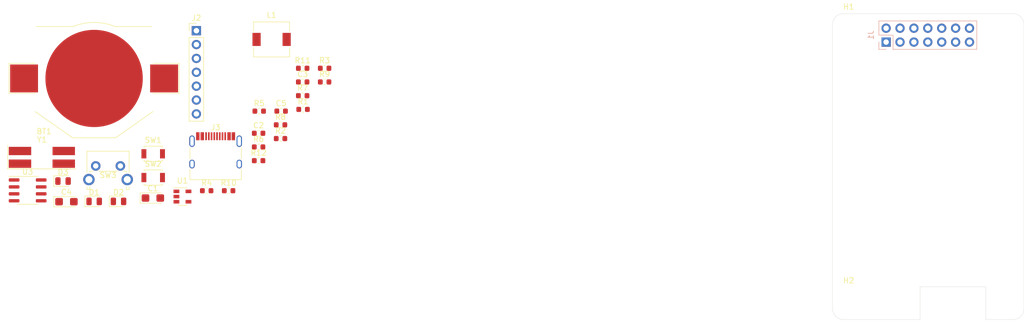
<source format=kicad_pcb>
(kicad_pcb (version 20171130) (host pcbnew 5.1.6-c6e7f7d~87~ubuntu20.04.1)

  (general
    (thickness 1.6)
    (drawings 13)
    (tracks 0)
    (zones 0)
    (modules 33)
    (nets 29)
  )

  (page A4)
  (layers
    (0 F.Cu signal)
    (31 B.Cu signal)
    (32 B.Adhes user)
    (33 F.Adhes user)
    (34 B.Paste user)
    (35 F.Paste user)
    (36 B.SilkS user)
    (37 F.SilkS user)
    (38 B.Mask user)
    (39 F.Mask user)
    (40 Dwgs.User user)
    (41 Cmts.User user)
    (42 Eco1.User user)
    (43 Eco2.User user)
    (44 Edge.Cuts user)
    (45 Margin user)
    (46 B.CrtYd user)
    (47 F.CrtYd user)
    (48 B.Fab user)
    (49 F.Fab user)
  )

  (setup
    (last_trace_width 0.25)
    (trace_clearance 0.2)
    (zone_clearance 0.508)
    (zone_45_only no)
    (trace_min 0.2)
    (via_size 0.8)
    (via_drill 0.4)
    (via_min_size 0.4)
    (via_min_drill 0.3)
    (uvia_size 0.3)
    (uvia_drill 0.1)
    (uvias_allowed no)
    (uvia_min_size 0.2)
    (uvia_min_drill 0.1)
    (edge_width 0.05)
    (segment_width 0.2)
    (pcb_text_width 0.3)
    (pcb_text_size 1.5 1.5)
    (mod_edge_width 0.12)
    (mod_text_size 1 1)
    (mod_text_width 0.15)
    (pad_size 1.524 1.524)
    (pad_drill 0.762)
    (pad_to_mask_clearance 0.05)
    (aux_axis_origin 0 0)
    (grid_origin 210 73.5)
    (visible_elements FFFFFF7F)
    (pcbplotparams
      (layerselection 0x010fc_ffffffff)
      (usegerberextensions false)
      (usegerberattributes true)
      (usegerberadvancedattributes true)
      (creategerberjobfile true)
      (excludeedgelayer true)
      (linewidth 0.100000)
      (plotframeref false)
      (viasonmask false)
      (mode 1)
      (useauxorigin false)
      (hpglpennumber 1)
      (hpglpenspeed 20)
      (hpglpendiameter 15.000000)
      (psnegative false)
      (psa4output false)
      (plotreference true)
      (plotvalue true)
      (plotinvisibletext false)
      (padsonsilk false)
      (subtractmaskfromsilk false)
      (outputformat 1)
      (mirror false)
      (drillshape 1)
      (scaleselection 1)
      (outputdirectory ""))
  )

  (net 0 "")
  (net 1 "Net-(BT1-Pad2)")
  (net 2 GND)
  (net 3 +5V)
  (net 4 +3V3)
  (net 5 "Net-(C3-Pad1)")
  (net 6 "Net-(D1-Pad2)")
  (net 7 "Net-(D2-Pad2)")
  (net 8 "Net-(D3-Pad2)")
  (net 9 /PI_PA0)
  (net 10 /PI_PD14)
  (net 11 /PI_PA1)
  (net 12 /UART3_RX)
  (net 13 /UART3_TX)
  (net 14 /PI_PA6)
  (net 15 /TWI0_SCK)
  (net 16 /TWI0_SDA)
  (net 17 "Net-(J1-Pad1)")
  (net 18 /RST)
  (net 19 /TDI)
  (net 20 /TDO)
  (net 21 /TCK)
  (net 22 /TMS)
  (net 23 "Net-(J3-PadA5)")
  (net 24 "Net-(L1-Pad1)")
  (net 25 /CC_PA7)
  (net 26 "Net-(U3-Pad7)")
  (net 27 "Net-(U3-Pad2)")
  (net 28 "Net-(U3-Pad1)")

  (net_class Default "This is the default net class."
    (clearance 0.2)
    (trace_width 0.25)
    (via_dia 0.8)
    (via_drill 0.4)
    (uvia_dia 0.3)
    (uvia_drill 0.1)
    (add_net +3V3)
    (add_net +5V)
    (add_net /CC_PA7)
    (add_net /PI_PA0)
    (add_net /PI_PA1)
    (add_net /PI_PA6)
    (add_net /PI_PD14)
    (add_net /RST)
    (add_net /TCK)
    (add_net /TDI)
    (add_net /TDO)
    (add_net /TMS)
    (add_net /TWI0_SCK)
    (add_net /TWI0_SDA)
    (add_net /UART3_RX)
    (add_net /UART3_TX)
    (add_net GND)
    (add_net "Net-(BT1-Pad2)")
    (add_net "Net-(C3-Pad1)")
    (add_net "Net-(D1-Pad2)")
    (add_net "Net-(D2-Pad2)")
    (add_net "Net-(D3-Pad2)")
    (add_net "Net-(J1-Pad1)")
    (add_net "Net-(J3-PadA5)")
    (add_net "Net-(L1-Pad1)")
    (add_net "Net-(U3-Pad1)")
    (add_net "Net-(U3-Pad2)")
    (add_net "Net-(U3-Pad7)")
  )

  (module Crystal:Crystal_SMD_SeikoEpson_MC406-4Pin_9.6x4.1mm (layer F.Cu) (tedit 5A0FD1B2) (tstamp 5F1E3942)
    (at 65.46 99.802488)
    (descr "SMD Crystal Seiko Epson MC-406 https://support.epson.biz/td/api/doc_check.php?dl=brief_MC-306_en.pdf, 9.6x4.1mm^2 package")
    (tags "SMD SMT crystal")
    (path /5F392B4B)
    (attr smd)
    (fp_text reference Y1 (at 0 -3.23) (layer F.SilkS)
      (effects (font (size 1 1) (thickness 0.15)))
    )
    (fp_text value 32768 (at 0 3.23) (layer F.Fab)
      (effects (font (size 1 1) (thickness 0.15)))
    )
    (fp_line (start -4.8 -2.03) (end -4.8 2.03) (layer F.Fab) (width 0.1))
    (fp_line (start -4.8 2.03) (end 4.8 2.03) (layer F.Fab) (width 0.1))
    (fp_line (start 4.8 2.03) (end 4.8 -2.03) (layer F.Fab) (width 0.1))
    (fp_line (start 4.8 -2.03) (end -4.8 -2.03) (layer F.Fab) (width 0.1))
    (fp_line (start -4.8 1.03) (end -3.8 2.03) (layer F.Fab) (width 0.1))
    (fp_line (start -6.25 -2.12) (end -6.25 2.12) (layer F.SilkS) (width 0.12))
    (fp_line (start -6.25 2.12) (end 6.25 2.12) (layer F.SilkS) (width 0.12))
    (fp_line (start -6.3 -2.3) (end -6.3 2.3) (layer F.CrtYd) (width 0.05))
    (fp_line (start -6.3 2.3) (end 6.3 2.3) (layer F.CrtYd) (width 0.05))
    (fp_line (start 6.3 2.3) (end 6.3 -2.3) (layer F.CrtYd) (width 0.05))
    (fp_line (start 6.3 -2.3) (end -6.3 -2.3) (layer F.CrtYd) (width 0.05))
    (fp_text user %R (at 0 0) (layer F.Fab)
      (effects (font (size 1 1) (thickness 0.15)))
    )
    (pad 4 smd rect (at -4 -1.16) (size 4.1 1.52) (layers F.Cu F.Paste F.Mask))
    (pad 3 smd rect (at 4 -1.16) (size 4.1 1.52) (layers F.Cu F.Paste F.Mask))
    (pad 2 smd rect (at 4 1.16) (size 4.1 1.52) (layers F.Cu F.Paste F.Mask)
      (net 27 "Net-(U3-Pad2)"))
    (pad 1 smd rect (at -4 1.16) (size 4.1 1.52) (layers F.Cu F.Paste F.Mask)
      (net 28 "Net-(U3-Pad1)"))
    (model ${KISYS3DMOD}/Crystal.3dshapes/Crystal_SMD_SeikoEpson_MC406-4Pin_9.6x4.1mm.wrl
      (at (xyz 0 0 0))
      (scale (xyz 1 1 1))
      (rotate (xyz 0 0 0))
    )
  )

  (module Package_SO:SOIC-8_3.9x4.9mm_P1.27mm (layer F.Cu) (tedit 5D9F72B1) (tstamp 5F1E392E)
    (at 62.86 105.852488)
    (descr "SOIC, 8 Pin (JEDEC MS-012AA, https://www.analog.com/media/en/package-pcb-resources/package/pkg_pdf/soic_narrow-r/r_8.pdf), generated with kicad-footprint-generator ipc_gullwing_generator.py")
    (tags "SOIC SO")
    (path /5F3197E0)
    (attr smd)
    (fp_text reference U3 (at 0 -3.4) (layer F.SilkS)
      (effects (font (size 1 1) (thickness 0.15)))
    )
    (fp_text value DS1338Z-33 (at 0 3.4) (layer F.Fab)
      (effects (font (size 1 1) (thickness 0.15)))
    )
    (fp_line (start 0 2.56) (end 1.95 2.56) (layer F.SilkS) (width 0.12))
    (fp_line (start 0 2.56) (end -1.95 2.56) (layer F.SilkS) (width 0.12))
    (fp_line (start 0 -2.56) (end 1.95 -2.56) (layer F.SilkS) (width 0.12))
    (fp_line (start 0 -2.56) (end -3.45 -2.56) (layer F.SilkS) (width 0.12))
    (fp_line (start -0.975 -2.45) (end 1.95 -2.45) (layer F.Fab) (width 0.1))
    (fp_line (start 1.95 -2.45) (end 1.95 2.45) (layer F.Fab) (width 0.1))
    (fp_line (start 1.95 2.45) (end -1.95 2.45) (layer F.Fab) (width 0.1))
    (fp_line (start -1.95 2.45) (end -1.95 -1.475) (layer F.Fab) (width 0.1))
    (fp_line (start -1.95 -1.475) (end -0.975 -2.45) (layer F.Fab) (width 0.1))
    (fp_line (start -3.7 -2.7) (end -3.7 2.7) (layer F.CrtYd) (width 0.05))
    (fp_line (start -3.7 2.7) (end 3.7 2.7) (layer F.CrtYd) (width 0.05))
    (fp_line (start 3.7 2.7) (end 3.7 -2.7) (layer F.CrtYd) (width 0.05))
    (fp_line (start 3.7 -2.7) (end -3.7 -2.7) (layer F.CrtYd) (width 0.05))
    (fp_text user %R (at 0 0) (layer F.Fab)
      (effects (font (size 0.98 0.98) (thickness 0.15)))
    )
    (pad 8 smd roundrect (at 2.475 -1.905) (size 1.95 0.6) (layers F.Cu F.Paste F.Mask) (roundrect_rratio 0.25)
      (net 4 +3V3))
    (pad 7 smd roundrect (at 2.475 -0.635) (size 1.95 0.6) (layers F.Cu F.Paste F.Mask) (roundrect_rratio 0.25)
      (net 26 "Net-(U3-Pad7)"))
    (pad 6 smd roundrect (at 2.475 0.635) (size 1.95 0.6) (layers F.Cu F.Paste F.Mask) (roundrect_rratio 0.25)
      (net 15 /TWI0_SCK))
    (pad 5 smd roundrect (at 2.475 1.905) (size 1.95 0.6) (layers F.Cu F.Paste F.Mask) (roundrect_rratio 0.25)
      (net 16 /TWI0_SDA))
    (pad 4 smd roundrect (at -2.475 1.905) (size 1.95 0.6) (layers F.Cu F.Paste F.Mask) (roundrect_rratio 0.25)
      (net 2 GND))
    (pad 3 smd roundrect (at -2.475 0.635) (size 1.95 0.6) (layers F.Cu F.Paste F.Mask) (roundrect_rratio 0.25)
      (net 1 "Net-(BT1-Pad2)"))
    (pad 2 smd roundrect (at -2.475 -0.635) (size 1.95 0.6) (layers F.Cu F.Paste F.Mask) (roundrect_rratio 0.25)
      (net 27 "Net-(U3-Pad2)"))
    (pad 1 smd roundrect (at -2.475 -1.905) (size 1.95 0.6) (layers F.Cu F.Paste F.Mask) (roundrect_rratio 0.25)
      (net 28 "Net-(U3-Pad1)"))
    (model ${KISYS3DMOD}/Package_SO.3dshapes/SOIC-8_3.9x4.9mm_P1.27mm.wrl
      (at (xyz 0 0 0))
      (scale (xyz 1 1 1))
      (rotate (xyz 0 0 0))
    )
  )

  (module Package_TO_SOT_SMD:SOT-23-5 (layer F.Cu) (tedit 5A02FF57) (tstamp 5F1E3914)
    (at 91.16 106.982488)
    (descr "5-pin SOT23 package")
    (tags SOT-23-5)
    (path /5F1A5EFD)
    (attr smd)
    (fp_text reference U1 (at 0 -2.9) (layer F.SilkS)
      (effects (font (size 1 1) (thickness 0.15)))
    )
    (fp_text value SY8008C (at 0 2.9) (layer F.Fab)
      (effects (font (size 1 1) (thickness 0.15)))
    )
    (fp_line (start -0.9 1.61) (end 0.9 1.61) (layer F.SilkS) (width 0.12))
    (fp_line (start 0.9 -1.61) (end -1.55 -1.61) (layer F.SilkS) (width 0.12))
    (fp_line (start -1.9 -1.8) (end 1.9 -1.8) (layer F.CrtYd) (width 0.05))
    (fp_line (start 1.9 -1.8) (end 1.9 1.8) (layer F.CrtYd) (width 0.05))
    (fp_line (start 1.9 1.8) (end -1.9 1.8) (layer F.CrtYd) (width 0.05))
    (fp_line (start -1.9 1.8) (end -1.9 -1.8) (layer F.CrtYd) (width 0.05))
    (fp_line (start -0.9 -0.9) (end -0.25 -1.55) (layer F.Fab) (width 0.1))
    (fp_line (start 0.9 -1.55) (end -0.25 -1.55) (layer F.Fab) (width 0.1))
    (fp_line (start -0.9 -0.9) (end -0.9 1.55) (layer F.Fab) (width 0.1))
    (fp_line (start 0.9 1.55) (end -0.9 1.55) (layer F.Fab) (width 0.1))
    (fp_line (start 0.9 -1.55) (end 0.9 1.55) (layer F.Fab) (width 0.1))
    (fp_text user %R (at 0 0 90) (layer F.Fab)
      (effects (font (size 0.5 0.5) (thickness 0.075)))
    )
    (pad 5 smd rect (at 1.1 -0.95) (size 1.06 0.65) (layers F.Cu F.Paste F.Mask)
      (net 5 "Net-(C3-Pad1)"))
    (pad 4 smd rect (at 1.1 0.95) (size 1.06 0.65) (layers F.Cu F.Paste F.Mask)
      (net 3 +5V))
    (pad 3 smd rect (at -1.1 0.95) (size 1.06 0.65) (layers F.Cu F.Paste F.Mask))
    (pad 2 smd rect (at -1.1 0) (size 1.06 0.65) (layers F.Cu F.Paste F.Mask)
      (net 2 GND))
    (pad 1 smd rect (at -1.1 -0.95) (size 1.06 0.65) (layers F.Cu F.Paste F.Mask)
      (net 3 +5V))
    (model ${KISYS3DMOD}/Package_TO_SOT_SMD.3dshapes/SOT-23-5.wrl
      (at (xyz 0 0 0))
      (scale (xyz 1 1 1))
      (rotate (xyz 0 0 0))
    )
  )

  (module Button_Switch_THT:SW_Tactile_SPST_Angled_PTS645Vx39-2LFS (layer F.Cu) (tedit 5A02FE31) (tstamp 5F1E38FF)
    (at 75.31 101.377488)
    (descr "tactile switch SPST right angle, PTS645VL39-2 LFS")
    (tags "tactile switch SPST angled PTS645VL39-2 LFS C&K Button")
    (path /5F1D9F9A)
    (fp_text reference SW3 (at 2.25 1.68) (layer F.SilkS)
      (effects (font (size 1 1) (thickness 0.15)))
    )
    (fp_text value SW_Push (at 2.25 5.38988) (layer F.Fab)
      (effects (font (size 1 1) (thickness 0.15)))
    )
    (fp_line (start 0.5 -3.85) (end 0.5 -2.59) (layer F.Fab) (width 0.1))
    (fp_line (start 4 -3.85) (end 4 -2.59) (layer F.Fab) (width 0.1))
    (fp_line (start 0.5 -3.85) (end 4 -3.85) (layer F.Fab) (width 0.1))
    (fp_line (start -1.09 0.97) (end -1.09 1.2) (layer F.SilkS) (width 0.12))
    (fp_line (start 5.7 4.2) (end 5.7 0.86) (layer F.Fab) (width 0.1))
    (fp_line (start -1.5 4.2) (end -1.2 4.2) (layer F.Fab) (width 0.1))
    (fp_line (start -1.2 0.86) (end 5.7 0.86) (layer F.Fab) (width 0.1))
    (fp_line (start 6 4.2) (end 6 -2.59) (layer F.Fab) (width 0.1))
    (fp_line (start -2.5 -2.8) (end 7.05 -2.8) (layer F.CrtYd) (width 0.05))
    (fp_line (start 7.05 -2.8) (end 7.05 4.45) (layer F.CrtYd) (width 0.05))
    (fp_line (start 7.05 4.45) (end -2.5 4.45) (layer F.CrtYd) (width 0.05))
    (fp_line (start -2.5 4.45) (end -2.5 -2.8) (layer F.CrtYd) (width 0.05))
    (fp_line (start -1.61 -2.7) (end 6.11 -2.7) (layer F.SilkS) (width 0.12))
    (fp_line (start 6.11 -2.7) (end 6.11 1.2) (layer F.SilkS) (width 0.12))
    (fp_line (start -1.61 4.31) (end -1.09 4.31) (layer F.SilkS) (width 0.12))
    (fp_line (start -1.61 -2.7) (end -1.61 1.2) (layer F.SilkS) (width 0.12))
    (fp_line (start -1.5 -2.59) (end 6 -2.59) (layer F.Fab) (width 0.1))
    (fp_line (start -1.5 4.2) (end -1.5 -2.59) (layer F.Fab) (width 0.1))
    (fp_line (start 5.7 4.2) (end 6 4.2) (layer F.Fab) (width 0.1))
    (fp_line (start -1.2 4.2) (end -1.2 0.86) (layer F.Fab) (width 0.1))
    (fp_line (start 5.59 0.97) (end 5.59 1.2) (layer F.SilkS) (width 0.12))
    (fp_line (start -1.09 3.8) (end -1.09 4.31) (layer F.SilkS) (width 0.12))
    (fp_line (start -1.61 3.8) (end -1.61 4.31) (layer F.SilkS) (width 0.12))
    (fp_line (start 5.05 0.97) (end 5.59 0.97) (layer F.SilkS) (width 0.12))
    (fp_line (start 5.59 3.8) (end 5.59 4.31) (layer F.SilkS) (width 0.12))
    (fp_line (start 5.59 4.31) (end 6.11 4.31) (layer F.SilkS) (width 0.12))
    (fp_line (start 6.11 3.8) (end 6.11 4.31) (layer F.SilkS) (width 0.12))
    (fp_line (start -1.09 0.97) (end -0.55 0.97) (layer F.SilkS) (width 0.12))
    (fp_line (start 0.55 0.97) (end 3.95 0.97) (layer F.SilkS) (width 0.12))
    (fp_text user %R (at 2.25 1.68) (layer F.Fab)
      (effects (font (size 1 1) (thickness 0.15)))
    )
    (pad "" thru_hole circle (at -1.25 2.49) (size 2.1 2.1) (drill 1.3) (layers *.Cu *.Mask))
    (pad 1 thru_hole circle (at 0 0) (size 1.75 1.75) (drill 0.99) (layers *.Cu *.Mask)
      (net 14 /PI_PA6))
    (pad 2 thru_hole circle (at 4.5 0) (size 1.75 1.75) (drill 0.99) (layers *.Cu *.Mask)
      (net 2 GND))
    (pad "" thru_hole circle (at 5.76 2.49) (size 2.1 2.1) (drill 1.3) (layers *.Cu *.Mask))
    (model ${KISYS3DMOD}/Button_Switch_THT.3dshapes/SW_Tactile_SPST_Angled_PTS645Vx39-2LFS.wrl
      (at (xyz 0 0 0))
      (scale (xyz 1 1 1))
      (rotate (xyz 0 0 0))
    )
  )

  (module Button_Switch_SMD:SW_SPST_B3U-1000P (layer F.Cu) (tedit 5A02FC95) (tstamp 5F1E38D9)
    (at 85.81 103.502488)
    (descr "Ultra-small-sized Tactile Switch with High Contact Reliability, Top-actuated Model, without Ground Terminal, without Boss")
    (tags "Tactile Switch")
    (path /5F222E32)
    (attr smd)
    (fp_text reference SW2 (at 0 -2.5) (layer F.SilkS)
      (effects (font (size 1 1) (thickness 0.15)))
    )
    (fp_text value Flash (at 0 2.5) (layer F.Fab)
      (effects (font (size 1 1) (thickness 0.15)))
    )
    (fp_line (start -2.4 1.65) (end 2.4 1.65) (layer F.CrtYd) (width 0.05))
    (fp_line (start 2.4 1.65) (end 2.4 -1.65) (layer F.CrtYd) (width 0.05))
    (fp_line (start 2.4 -1.65) (end -2.4 -1.65) (layer F.CrtYd) (width 0.05))
    (fp_line (start -2.4 -1.65) (end -2.4 1.65) (layer F.CrtYd) (width 0.05))
    (fp_line (start -1.65 1.1) (end -1.65 1.4) (layer F.SilkS) (width 0.12))
    (fp_line (start -1.65 1.4) (end 1.65 1.4) (layer F.SilkS) (width 0.12))
    (fp_line (start 1.65 1.4) (end 1.65 1.1) (layer F.SilkS) (width 0.12))
    (fp_line (start -1.65 -1.1) (end -1.65 -1.4) (layer F.SilkS) (width 0.12))
    (fp_line (start -1.65 -1.4) (end 1.65 -1.4) (layer F.SilkS) (width 0.12))
    (fp_line (start 1.65 -1.4) (end 1.65 -1.1) (layer F.SilkS) (width 0.12))
    (fp_line (start -1.5 -1.25) (end 1.5 -1.25) (layer F.Fab) (width 0.1))
    (fp_line (start 1.5 -1.25) (end 1.5 1.25) (layer F.Fab) (width 0.1))
    (fp_line (start 1.5 1.25) (end -1.5 1.25) (layer F.Fab) (width 0.1))
    (fp_line (start -1.5 1.25) (end -1.5 -1.25) (layer F.Fab) (width 0.1))
    (fp_circle (center 0 0) (end 0.75 0) (layer F.Fab) (width 0.1))
    (fp_text user %R (at 0 -2.5) (layer F.Fab)
      (effects (font (size 1 1) (thickness 0.15)))
    )
    (pad 2 smd rect (at 1.7 0) (size 0.9 1.7) (layers F.Cu F.Paste F.Mask)
      (net 2 GND))
    (pad 1 smd rect (at -1.7 0) (size 0.9 1.7) (layers F.Cu F.Paste F.Mask)
      (net 25 /CC_PA7))
    (model ${KISYS3DMOD}/Button_Switch_SMD.3dshapes/SW_SPST_B3U-1000P.wrl
      (at (xyz 0 0 0))
      (scale (xyz 1 1 1))
      (rotate (xyz 0 0 0))
    )
  )

  (module Button_Switch_SMD:SW_SPST_B3U-1000P (layer F.Cu) (tedit 5A02FC95) (tstamp 5F1E38C3)
    (at 85.81 99.152488)
    (descr "Ultra-small-sized Tactile Switch with High Contact Reliability, Top-actuated Model, without Ground Terminal, without Boss")
    (tags "Tactile Switch")
    (path /5F211D22)
    (attr smd)
    (fp_text reference SW1 (at 0 -2.5) (layer F.SilkS)
      (effects (font (size 1 1) (thickness 0.15)))
    )
    (fp_text value Reset (at 0 2.5) (layer F.Fab)
      (effects (font (size 1 1) (thickness 0.15)))
    )
    (fp_line (start -2.4 1.65) (end 2.4 1.65) (layer F.CrtYd) (width 0.05))
    (fp_line (start 2.4 1.65) (end 2.4 -1.65) (layer F.CrtYd) (width 0.05))
    (fp_line (start 2.4 -1.65) (end -2.4 -1.65) (layer F.CrtYd) (width 0.05))
    (fp_line (start -2.4 -1.65) (end -2.4 1.65) (layer F.CrtYd) (width 0.05))
    (fp_line (start -1.65 1.1) (end -1.65 1.4) (layer F.SilkS) (width 0.12))
    (fp_line (start -1.65 1.4) (end 1.65 1.4) (layer F.SilkS) (width 0.12))
    (fp_line (start 1.65 1.4) (end 1.65 1.1) (layer F.SilkS) (width 0.12))
    (fp_line (start -1.65 -1.1) (end -1.65 -1.4) (layer F.SilkS) (width 0.12))
    (fp_line (start -1.65 -1.4) (end 1.65 -1.4) (layer F.SilkS) (width 0.12))
    (fp_line (start 1.65 -1.4) (end 1.65 -1.1) (layer F.SilkS) (width 0.12))
    (fp_line (start -1.5 -1.25) (end 1.5 -1.25) (layer F.Fab) (width 0.1))
    (fp_line (start 1.5 -1.25) (end 1.5 1.25) (layer F.Fab) (width 0.1))
    (fp_line (start 1.5 1.25) (end -1.5 1.25) (layer F.Fab) (width 0.1))
    (fp_line (start -1.5 1.25) (end -1.5 -1.25) (layer F.Fab) (width 0.1))
    (fp_circle (center 0 0) (end 0.75 0) (layer F.Fab) (width 0.1))
    (fp_text user %R (at 0 -2.5) (layer F.Fab)
      (effects (font (size 1 1) (thickness 0.15)))
    )
    (pad 2 smd rect (at 1.7 0) (size 0.9 1.7) (layers F.Cu F.Paste F.Mask)
      (net 2 GND))
    (pad 1 smd rect (at -1.7 0) (size 0.9 1.7) (layers F.Cu F.Paste F.Mask)
      (net 18 /RST))
    (model ${KISYS3DMOD}/Button_Switch_SMD.3dshapes/SW_SPST_B3U-1000P.wrl
      (at (xyz 0 0 0))
      (scale (xyz 1 1 1))
      (rotate (xyz 0 0 0))
    )
  )

  (module Resistor_SMD:R_0603_1608Metric (layer F.Cu) (tedit 5B301BBD) (tstamp 5F1E38AD)
    (at 105.08 100.412488)
    (descr "Resistor SMD 0603 (1608 Metric), square (rectangular) end terminal, IPC_7351 nominal, (Body size source: http://www.tortai-tech.com/upload/download/2011102023233369053.pdf), generated with kicad-footprint-generator")
    (tags resistor)
    (path /5F20C6B0)
    (attr smd)
    (fp_text reference R12 (at 0 -1.43) (layer F.SilkS)
      (effects (font (size 1 1) (thickness 0.15)))
    )
    (fp_text value 1k (at 0 1.43) (layer F.Fab)
      (effects (font (size 1 1) (thickness 0.15)))
    )
    (fp_line (start -0.8 0.4) (end -0.8 -0.4) (layer F.Fab) (width 0.1))
    (fp_line (start -0.8 -0.4) (end 0.8 -0.4) (layer F.Fab) (width 0.1))
    (fp_line (start 0.8 -0.4) (end 0.8 0.4) (layer F.Fab) (width 0.1))
    (fp_line (start 0.8 0.4) (end -0.8 0.4) (layer F.Fab) (width 0.1))
    (fp_line (start -0.162779 -0.51) (end 0.162779 -0.51) (layer F.SilkS) (width 0.12))
    (fp_line (start -0.162779 0.51) (end 0.162779 0.51) (layer F.SilkS) (width 0.12))
    (fp_line (start -1.48 0.73) (end -1.48 -0.73) (layer F.CrtYd) (width 0.05))
    (fp_line (start -1.48 -0.73) (end 1.48 -0.73) (layer F.CrtYd) (width 0.05))
    (fp_line (start 1.48 -0.73) (end 1.48 0.73) (layer F.CrtYd) (width 0.05))
    (fp_line (start 1.48 0.73) (end -1.48 0.73) (layer F.CrtYd) (width 0.05))
    (fp_text user %R (at 0 0) (layer F.Fab)
      (effects (font (size 0.4 0.4) (thickness 0.06)))
    )
    (pad 2 smd roundrect (at 0.7875 0) (size 0.875 0.95) (layers F.Cu F.Paste F.Mask) (roundrect_rratio 0.25)
      (net 8 "Net-(D3-Pad2)"))
    (pad 1 smd roundrect (at -0.7875 0) (size 0.875 0.95) (layers F.Cu F.Paste F.Mask) (roundrect_rratio 0.25)
      (net 11 /PI_PA1))
    (model ${KISYS3DMOD}/Resistor_SMD.3dshapes/R_0603_1608Metric.wrl
      (at (xyz 0 0 0))
      (scale (xyz 1 1 1))
      (rotate (xyz 0 0 0))
    )
  )

  (module Resistor_SMD:R_0603_1608Metric (layer F.Cu) (tedit 5B301BBD) (tstamp 5F1E389C)
    (at 113.14 83.492488)
    (descr "Resistor SMD 0603 (1608 Metric), square (rectangular) end terminal, IPC_7351 nominal, (Body size source: http://www.tortai-tech.com/upload/download/2011102023233369053.pdf), generated with kicad-footprint-generator")
    (tags resistor)
    (path /5F20C3EE)
    (attr smd)
    (fp_text reference R11 (at 0 -1.43) (layer F.SilkS)
      (effects (font (size 1 1) (thickness 0.15)))
    )
    (fp_text value 1k (at 0 1.43) (layer F.Fab)
      (effects (font (size 1 1) (thickness 0.15)))
    )
    (fp_line (start -0.8 0.4) (end -0.8 -0.4) (layer F.Fab) (width 0.1))
    (fp_line (start -0.8 -0.4) (end 0.8 -0.4) (layer F.Fab) (width 0.1))
    (fp_line (start 0.8 -0.4) (end 0.8 0.4) (layer F.Fab) (width 0.1))
    (fp_line (start 0.8 0.4) (end -0.8 0.4) (layer F.Fab) (width 0.1))
    (fp_line (start -0.162779 -0.51) (end 0.162779 -0.51) (layer F.SilkS) (width 0.12))
    (fp_line (start -0.162779 0.51) (end 0.162779 0.51) (layer F.SilkS) (width 0.12))
    (fp_line (start -1.48 0.73) (end -1.48 -0.73) (layer F.CrtYd) (width 0.05))
    (fp_line (start -1.48 -0.73) (end 1.48 -0.73) (layer F.CrtYd) (width 0.05))
    (fp_line (start 1.48 -0.73) (end 1.48 0.73) (layer F.CrtYd) (width 0.05))
    (fp_line (start 1.48 0.73) (end -1.48 0.73) (layer F.CrtYd) (width 0.05))
    (fp_text user %R (at 0 0) (layer F.Fab)
      (effects (font (size 0.4 0.4) (thickness 0.06)))
    )
    (pad 2 smd roundrect (at 0.7875 0) (size 0.875 0.95) (layers F.Cu F.Paste F.Mask) (roundrect_rratio 0.25)
      (net 7 "Net-(D2-Pad2)"))
    (pad 1 smd roundrect (at -0.7875 0) (size 0.875 0.95) (layers F.Cu F.Paste F.Mask) (roundrect_rratio 0.25)
      (net 9 /PI_PA0))
    (model ${KISYS3DMOD}/Resistor_SMD.3dshapes/R_0603_1608Metric.wrl
      (at (xyz 0 0 0))
      (scale (xyz 1 1 1))
      (rotate (xyz 0 0 0))
    )
  )

  (module Resistor_SMD:R_0603_1608Metric (layer F.Cu) (tedit 5B301BBD) (tstamp 5F1E388B)
    (at 99.6 105.912488)
    (descr "Resistor SMD 0603 (1608 Metric), square (rectangular) end terminal, IPC_7351 nominal, (Body size source: http://www.tortai-tech.com/upload/download/2011102023233369053.pdf), generated with kicad-footprint-generator")
    (tags resistor)
    (path /5F2014E0)
    (attr smd)
    (fp_text reference R10 (at 0 -1.43) (layer F.SilkS)
      (effects (font (size 1 1) (thickness 0.15)))
    )
    (fp_text value 1k (at 0 1.43) (layer F.Fab)
      (effects (font (size 1 1) (thickness 0.15)))
    )
    (fp_line (start -0.8 0.4) (end -0.8 -0.4) (layer F.Fab) (width 0.1))
    (fp_line (start -0.8 -0.4) (end 0.8 -0.4) (layer F.Fab) (width 0.1))
    (fp_line (start 0.8 -0.4) (end 0.8 0.4) (layer F.Fab) (width 0.1))
    (fp_line (start 0.8 0.4) (end -0.8 0.4) (layer F.Fab) (width 0.1))
    (fp_line (start -0.162779 -0.51) (end 0.162779 -0.51) (layer F.SilkS) (width 0.12))
    (fp_line (start -0.162779 0.51) (end 0.162779 0.51) (layer F.SilkS) (width 0.12))
    (fp_line (start -1.48 0.73) (end -1.48 -0.73) (layer F.CrtYd) (width 0.05))
    (fp_line (start -1.48 -0.73) (end 1.48 -0.73) (layer F.CrtYd) (width 0.05))
    (fp_line (start 1.48 -0.73) (end 1.48 0.73) (layer F.CrtYd) (width 0.05))
    (fp_line (start 1.48 0.73) (end -1.48 0.73) (layer F.CrtYd) (width 0.05))
    (fp_text user %R (at 0 0) (layer F.Fab)
      (effects (font (size 0.4 0.4) (thickness 0.06)))
    )
    (pad 2 smd roundrect (at 0.7875 0) (size 0.875 0.95) (layers F.Cu F.Paste F.Mask) (roundrect_rratio 0.25)
      (net 6 "Net-(D1-Pad2)"))
    (pad 1 smd roundrect (at -0.7875 0) (size 0.875 0.95) (layers F.Cu F.Paste F.Mask) (roundrect_rratio 0.25)
      (net 4 +3V3))
    (model ${KISYS3DMOD}/Resistor_SMD.3dshapes/R_0603_1608Metric.wrl
      (at (xyz 0 0 0))
      (scale (xyz 1 1 1))
      (rotate (xyz 0 0 0))
    )
  )

  (module Resistor_SMD:R_0603_1608Metric (layer F.Cu) (tedit 5B301BBD) (tstamp 5F1E387A)
    (at 117.15 86.002488)
    (descr "Resistor SMD 0603 (1608 Metric), square (rectangular) end terminal, IPC_7351 nominal, (Body size source: http://www.tortai-tech.com/upload/download/2011102023233369053.pdf), generated with kicad-footprint-generator")
    (tags resistor)
    (path /5F1EB2B2)
    (attr smd)
    (fp_text reference R9 (at 0 -1.43) (layer F.SilkS)
      (effects (font (size 1 1) (thickness 0.15)))
    )
    (fp_text value 10k (at 0 1.43) (layer F.Fab)
      (effects (font (size 1 1) (thickness 0.15)))
    )
    (fp_line (start -0.8 0.4) (end -0.8 -0.4) (layer F.Fab) (width 0.1))
    (fp_line (start -0.8 -0.4) (end 0.8 -0.4) (layer F.Fab) (width 0.1))
    (fp_line (start 0.8 -0.4) (end 0.8 0.4) (layer F.Fab) (width 0.1))
    (fp_line (start 0.8 0.4) (end -0.8 0.4) (layer F.Fab) (width 0.1))
    (fp_line (start -0.162779 -0.51) (end 0.162779 -0.51) (layer F.SilkS) (width 0.12))
    (fp_line (start -0.162779 0.51) (end 0.162779 0.51) (layer F.SilkS) (width 0.12))
    (fp_line (start -1.48 0.73) (end -1.48 -0.73) (layer F.CrtYd) (width 0.05))
    (fp_line (start -1.48 -0.73) (end 1.48 -0.73) (layer F.CrtYd) (width 0.05))
    (fp_line (start 1.48 -0.73) (end 1.48 0.73) (layer F.CrtYd) (width 0.05))
    (fp_line (start 1.48 0.73) (end -1.48 0.73) (layer F.CrtYd) (width 0.05))
    (fp_text user %R (at 0 0) (layer F.Fab)
      (effects (font (size 0.4 0.4) (thickness 0.06)))
    )
    (pad 2 smd roundrect (at 0.7875 0) (size 0.875 0.95) (layers F.Cu F.Paste F.Mask) (roundrect_rratio 0.25)
      (net 14 /PI_PA6))
    (pad 1 smd roundrect (at -0.7875 0) (size 0.875 0.95) (layers F.Cu F.Paste F.Mask) (roundrect_rratio 0.25)
      (net 4 +3V3))
    (model ${KISYS3DMOD}/Resistor_SMD.3dshapes/R_0603_1608Metric.wrl
      (at (xyz 0 0 0))
      (scale (xyz 1 1 1))
      (rotate (xyz 0 0 0))
    )
  )

  (module Resistor_SMD:R_0603_1608Metric (layer F.Cu) (tedit 5B301BBD) (tstamp 5F1E3869)
    (at 109.09 93.852488)
    (descr "Resistor SMD 0603 (1608 Metric), square (rectangular) end terminal, IPC_7351 nominal, (Body size source: http://www.tortai-tech.com/upload/download/2011102023233369053.pdf), generated with kicad-footprint-generator")
    (tags resistor)
    (path /5F35FAF4)
    (attr smd)
    (fp_text reference R8 (at 0 -1.43) (layer F.SilkS)
      (effects (font (size 1 1) (thickness 0.15)))
    )
    (fp_text value 4k7 (at 0 1.43) (layer F.Fab)
      (effects (font (size 1 1) (thickness 0.15)))
    )
    (fp_line (start -0.8 0.4) (end -0.8 -0.4) (layer F.Fab) (width 0.1))
    (fp_line (start -0.8 -0.4) (end 0.8 -0.4) (layer F.Fab) (width 0.1))
    (fp_line (start 0.8 -0.4) (end 0.8 0.4) (layer F.Fab) (width 0.1))
    (fp_line (start 0.8 0.4) (end -0.8 0.4) (layer F.Fab) (width 0.1))
    (fp_line (start -0.162779 -0.51) (end 0.162779 -0.51) (layer F.SilkS) (width 0.12))
    (fp_line (start -0.162779 0.51) (end 0.162779 0.51) (layer F.SilkS) (width 0.12))
    (fp_line (start -1.48 0.73) (end -1.48 -0.73) (layer F.CrtYd) (width 0.05))
    (fp_line (start -1.48 -0.73) (end 1.48 -0.73) (layer F.CrtYd) (width 0.05))
    (fp_line (start 1.48 -0.73) (end 1.48 0.73) (layer F.CrtYd) (width 0.05))
    (fp_line (start 1.48 0.73) (end -1.48 0.73) (layer F.CrtYd) (width 0.05))
    (fp_text user %R (at 0 0) (layer F.Fab)
      (effects (font (size 0.4 0.4) (thickness 0.06)))
    )
    (pad 2 smd roundrect (at 0.7875 0) (size 0.875 0.95) (layers F.Cu F.Paste F.Mask) (roundrect_rratio 0.25)
      (net 15 /TWI0_SCK))
    (pad 1 smd roundrect (at -0.7875 0) (size 0.875 0.95) (layers F.Cu F.Paste F.Mask) (roundrect_rratio 0.25)
      (net 4 +3V3))
    (model ${KISYS3DMOD}/Resistor_SMD.3dshapes/R_0603_1608Metric.wrl
      (at (xyz 0 0 0))
      (scale (xyz 1 1 1))
      (rotate (xyz 0 0 0))
    )
  )

  (module Resistor_SMD:R_0603_1608Metric (layer F.Cu) (tedit 5B301BBD) (tstamp 5F1E3858)
    (at 113.14 88.512488)
    (descr "Resistor SMD 0603 (1608 Metric), square (rectangular) end terminal, IPC_7351 nominal, (Body size source: http://www.tortai-tech.com/upload/download/2011102023233369053.pdf), generated with kicad-footprint-generator")
    (tags resistor)
    (path /5F36064D)
    (attr smd)
    (fp_text reference R7 (at 0 -1.43) (layer F.SilkS)
      (effects (font (size 1 1) (thickness 0.15)))
    )
    (fp_text value 4k7 (at 0 1.43) (layer F.Fab)
      (effects (font (size 1 1) (thickness 0.15)))
    )
    (fp_line (start -0.8 0.4) (end -0.8 -0.4) (layer F.Fab) (width 0.1))
    (fp_line (start -0.8 -0.4) (end 0.8 -0.4) (layer F.Fab) (width 0.1))
    (fp_line (start 0.8 -0.4) (end 0.8 0.4) (layer F.Fab) (width 0.1))
    (fp_line (start 0.8 0.4) (end -0.8 0.4) (layer F.Fab) (width 0.1))
    (fp_line (start -0.162779 -0.51) (end 0.162779 -0.51) (layer F.SilkS) (width 0.12))
    (fp_line (start -0.162779 0.51) (end 0.162779 0.51) (layer F.SilkS) (width 0.12))
    (fp_line (start -1.48 0.73) (end -1.48 -0.73) (layer F.CrtYd) (width 0.05))
    (fp_line (start -1.48 -0.73) (end 1.48 -0.73) (layer F.CrtYd) (width 0.05))
    (fp_line (start 1.48 -0.73) (end 1.48 0.73) (layer F.CrtYd) (width 0.05))
    (fp_line (start 1.48 0.73) (end -1.48 0.73) (layer F.CrtYd) (width 0.05))
    (fp_text user %R (at 0 0) (layer F.Fab)
      (effects (font (size 0.4 0.4) (thickness 0.06)))
    )
    (pad 2 smd roundrect (at 0.7875 0) (size 0.875 0.95) (layers F.Cu F.Paste F.Mask) (roundrect_rratio 0.25)
      (net 16 /TWI0_SDA))
    (pad 1 smd roundrect (at -0.7875 0) (size 0.875 0.95) (layers F.Cu F.Paste F.Mask) (roundrect_rratio 0.25)
      (net 4 +3V3))
    (model ${KISYS3DMOD}/Resistor_SMD.3dshapes/R_0603_1608Metric.wrl
      (at (xyz 0 0 0))
      (scale (xyz 1 1 1))
      (rotate (xyz 0 0 0))
    )
  )

  (module Resistor_SMD:R_0603_1608Metric (layer F.Cu) (tedit 5B301BBD) (tstamp 5F1E3847)
    (at 105.08 97.902488)
    (descr "Resistor SMD 0603 (1608 Metric), square (rectangular) end terminal, IPC_7351 nominal, (Body size source: http://www.tortai-tech.com/upload/download/2011102023233369053.pdf), generated with kicad-footprint-generator")
    (tags resistor)
    (path /5F212654)
    (attr smd)
    (fp_text reference R6 (at 0 -1.43) (layer F.SilkS)
      (effects (font (size 1 1) (thickness 0.15)))
    )
    (fp_text value 10k (at 0 1.43) (layer F.Fab)
      (effects (font (size 1 1) (thickness 0.15)))
    )
    (fp_line (start -0.8 0.4) (end -0.8 -0.4) (layer F.Fab) (width 0.1))
    (fp_line (start -0.8 -0.4) (end 0.8 -0.4) (layer F.Fab) (width 0.1))
    (fp_line (start 0.8 -0.4) (end 0.8 0.4) (layer F.Fab) (width 0.1))
    (fp_line (start 0.8 0.4) (end -0.8 0.4) (layer F.Fab) (width 0.1))
    (fp_line (start -0.162779 -0.51) (end 0.162779 -0.51) (layer F.SilkS) (width 0.12))
    (fp_line (start -0.162779 0.51) (end 0.162779 0.51) (layer F.SilkS) (width 0.12))
    (fp_line (start -1.48 0.73) (end -1.48 -0.73) (layer F.CrtYd) (width 0.05))
    (fp_line (start -1.48 -0.73) (end 1.48 -0.73) (layer F.CrtYd) (width 0.05))
    (fp_line (start 1.48 -0.73) (end 1.48 0.73) (layer F.CrtYd) (width 0.05))
    (fp_line (start 1.48 0.73) (end -1.48 0.73) (layer F.CrtYd) (width 0.05))
    (fp_text user %R (at 0 0) (layer F.Fab)
      (effects (font (size 0.4 0.4) (thickness 0.06)))
    )
    (pad 2 smd roundrect (at 0.7875 0) (size 0.875 0.95) (layers F.Cu F.Paste F.Mask) (roundrect_rratio 0.25)
      (net 18 /RST))
    (pad 1 smd roundrect (at -0.7875 0) (size 0.875 0.95) (layers F.Cu F.Paste F.Mask) (roundrect_rratio 0.25)
      (net 4 +3V3))
    (model ${KISYS3DMOD}/Resistor_SMD.3dshapes/R_0603_1608Metric.wrl
      (at (xyz 0 0 0))
      (scale (xyz 1 1 1))
      (rotate (xyz 0 0 0))
    )
  )

  (module Resistor_SMD:R_0603_1608Metric (layer F.Cu) (tedit 5B301BBD) (tstamp 5F1E3836)
    (at 105.19 91.342488)
    (descr "Resistor SMD 0603 (1608 Metric), square (rectangular) end terminal, IPC_7351 nominal, (Body size source: http://www.tortai-tech.com/upload/download/2011102023233369053.pdf), generated with kicad-footprint-generator")
    (tags resistor)
    (path /5F22E90F)
    (attr smd)
    (fp_text reference R5 (at 0 -1.43) (layer F.SilkS)
      (effects (font (size 1 1) (thickness 0.15)))
    )
    (fp_text value DNP (at 0 1.43) (layer F.Fab)
      (effects (font (size 1 1) (thickness 0.15)))
    )
    (fp_line (start -0.8 0.4) (end -0.8 -0.4) (layer F.Fab) (width 0.1))
    (fp_line (start -0.8 -0.4) (end 0.8 -0.4) (layer F.Fab) (width 0.1))
    (fp_line (start 0.8 -0.4) (end 0.8 0.4) (layer F.Fab) (width 0.1))
    (fp_line (start 0.8 0.4) (end -0.8 0.4) (layer F.Fab) (width 0.1))
    (fp_line (start -0.162779 -0.51) (end 0.162779 -0.51) (layer F.SilkS) (width 0.12))
    (fp_line (start -0.162779 0.51) (end 0.162779 0.51) (layer F.SilkS) (width 0.12))
    (fp_line (start -1.48 0.73) (end -1.48 -0.73) (layer F.CrtYd) (width 0.05))
    (fp_line (start -1.48 -0.73) (end 1.48 -0.73) (layer F.CrtYd) (width 0.05))
    (fp_line (start 1.48 -0.73) (end 1.48 0.73) (layer F.CrtYd) (width 0.05))
    (fp_line (start 1.48 0.73) (end -1.48 0.73) (layer F.CrtYd) (width 0.05))
    (fp_text user %R (at 0 0) (layer F.Fab)
      (effects (font (size 0.4 0.4) (thickness 0.06)))
    )
    (pad 2 smd roundrect (at 0.7875 0) (size 0.875 0.95) (layers F.Cu F.Paste F.Mask) (roundrect_rratio 0.25)
      (net 18 /RST))
    (pad 1 smd roundrect (at -0.7875 0) (size 0.875 0.95) (layers F.Cu F.Paste F.Mask) (roundrect_rratio 0.25)
      (net 10 /PI_PD14))
    (model ${KISYS3DMOD}/Resistor_SMD.3dshapes/R_0603_1608Metric.wrl
      (at (xyz 0 0 0))
      (scale (xyz 1 1 1))
      (rotate (xyz 0 0 0))
    )
  )

  (module Resistor_SMD:R_0603_1608Metric (layer F.Cu) (tedit 5B301BBD) (tstamp 5F1E3825)
    (at 95.59 105.912488)
    (descr "Resistor SMD 0603 (1608 Metric), square (rectangular) end terminal, IPC_7351 nominal, (Body size source: http://www.tortai-tech.com/upload/download/2011102023233369053.pdf), generated with kicad-footprint-generator")
    (tags resistor)
    (path /5F1ACB07)
    (attr smd)
    (fp_text reference R4 (at 0 -1.43) (layer F.SilkS)
      (effects (font (size 1 1) (thickness 0.15)))
    )
    (fp_text value 680k (at 0 1.43) (layer F.Fab)
      (effects (font (size 1 1) (thickness 0.15)))
    )
    (fp_line (start -0.8 0.4) (end -0.8 -0.4) (layer F.Fab) (width 0.1))
    (fp_line (start -0.8 -0.4) (end 0.8 -0.4) (layer F.Fab) (width 0.1))
    (fp_line (start 0.8 -0.4) (end 0.8 0.4) (layer F.Fab) (width 0.1))
    (fp_line (start 0.8 0.4) (end -0.8 0.4) (layer F.Fab) (width 0.1))
    (fp_line (start -0.162779 -0.51) (end 0.162779 -0.51) (layer F.SilkS) (width 0.12))
    (fp_line (start -0.162779 0.51) (end 0.162779 0.51) (layer F.SilkS) (width 0.12))
    (fp_line (start -1.48 0.73) (end -1.48 -0.73) (layer F.CrtYd) (width 0.05))
    (fp_line (start -1.48 -0.73) (end 1.48 -0.73) (layer F.CrtYd) (width 0.05))
    (fp_line (start 1.48 -0.73) (end 1.48 0.73) (layer F.CrtYd) (width 0.05))
    (fp_line (start 1.48 0.73) (end -1.48 0.73) (layer F.CrtYd) (width 0.05))
    (fp_text user %R (at 0 0) (layer F.Fab)
      (effects (font (size 0.4 0.4) (thickness 0.06)))
    )
    (pad 2 smd roundrect (at 0.7875 0) (size 0.875 0.95) (layers F.Cu F.Paste F.Mask) (roundrect_rratio 0.25)
      (net 5 "Net-(C3-Pad1)"))
    (pad 1 smd roundrect (at -0.7875 0) (size 0.875 0.95) (layers F.Cu F.Paste F.Mask) (roundrect_rratio 0.25)
      (net 4 +3V3))
    (model ${KISYS3DMOD}/Resistor_SMD.3dshapes/R_0603_1608Metric.wrl
      (at (xyz 0 0 0))
      (scale (xyz 1 1 1))
      (rotate (xyz 0 0 0))
    )
  )

  (module Resistor_SMD:R_0603_1608Metric (layer F.Cu) (tedit 5B301BBD) (tstamp 5F1E3814)
    (at 117.15 83.492488)
    (descr "Resistor SMD 0603 (1608 Metric), square (rectangular) end terminal, IPC_7351 nominal, (Body size source: http://www.tortai-tech.com/upload/download/2011102023233369053.pdf), generated with kicad-footprint-generator")
    (tags resistor)
    (path /5F1B12BE)
    (attr smd)
    (fp_text reference R3 (at 0 -1.43) (layer F.SilkS)
      (effects (font (size 1 1) (thickness 0.15)))
    )
    (fp_text value 150k (at 0 1.43) (layer F.Fab)
      (effects (font (size 1 1) (thickness 0.15)))
    )
    (fp_line (start -0.8 0.4) (end -0.8 -0.4) (layer F.Fab) (width 0.1))
    (fp_line (start -0.8 -0.4) (end 0.8 -0.4) (layer F.Fab) (width 0.1))
    (fp_line (start 0.8 -0.4) (end 0.8 0.4) (layer F.Fab) (width 0.1))
    (fp_line (start 0.8 0.4) (end -0.8 0.4) (layer F.Fab) (width 0.1))
    (fp_line (start -0.162779 -0.51) (end 0.162779 -0.51) (layer F.SilkS) (width 0.12))
    (fp_line (start -0.162779 0.51) (end 0.162779 0.51) (layer F.SilkS) (width 0.12))
    (fp_line (start -1.48 0.73) (end -1.48 -0.73) (layer F.CrtYd) (width 0.05))
    (fp_line (start -1.48 -0.73) (end 1.48 -0.73) (layer F.CrtYd) (width 0.05))
    (fp_line (start 1.48 -0.73) (end 1.48 0.73) (layer F.CrtYd) (width 0.05))
    (fp_line (start 1.48 0.73) (end -1.48 0.73) (layer F.CrtYd) (width 0.05))
    (fp_text user %R (at 0 0) (layer F.Fab)
      (effects (font (size 0.4 0.4) (thickness 0.06)))
    )
    (pad 2 smd roundrect (at 0.7875 0) (size 0.875 0.95) (layers F.Cu F.Paste F.Mask) (roundrect_rratio 0.25)
      (net 5 "Net-(C3-Pad1)"))
    (pad 1 smd roundrect (at -0.7875 0) (size 0.875 0.95) (layers F.Cu F.Paste F.Mask) (roundrect_rratio 0.25)
      (net 2 GND))
    (model ${KISYS3DMOD}/Resistor_SMD.3dshapes/R_0603_1608Metric.wrl
      (at (xyz 0 0 0))
      (scale (xyz 1 1 1))
      (rotate (xyz 0 0 0))
    )
  )

  (module Resistor_SMD:R_0603_1608Metric (layer F.Cu) (tedit 5B301BBD) (tstamp 5F1E3803)
    (at 109.09 96.362488)
    (descr "Resistor SMD 0603 (1608 Metric), square (rectangular) end terminal, IPC_7351 nominal, (Body size source: http://www.tortai-tech.com/upload/download/2011102023233369053.pdf), generated with kicad-footprint-generator")
    (tags resistor)
    (path /5F194D52)
    (attr smd)
    (fp_text reference R2 (at 0 -1.43) (layer F.SilkS)
      (effects (font (size 1 1) (thickness 0.15)))
    )
    (fp_text value 5k1 (at 0 1.43) (layer F.Fab)
      (effects (font (size 1 1) (thickness 0.15)))
    )
    (fp_line (start -0.8 0.4) (end -0.8 -0.4) (layer F.Fab) (width 0.1))
    (fp_line (start -0.8 -0.4) (end 0.8 -0.4) (layer F.Fab) (width 0.1))
    (fp_line (start 0.8 -0.4) (end 0.8 0.4) (layer F.Fab) (width 0.1))
    (fp_line (start 0.8 0.4) (end -0.8 0.4) (layer F.Fab) (width 0.1))
    (fp_line (start -0.162779 -0.51) (end 0.162779 -0.51) (layer F.SilkS) (width 0.12))
    (fp_line (start -0.162779 0.51) (end 0.162779 0.51) (layer F.SilkS) (width 0.12))
    (fp_line (start -1.48 0.73) (end -1.48 -0.73) (layer F.CrtYd) (width 0.05))
    (fp_line (start -1.48 -0.73) (end 1.48 -0.73) (layer F.CrtYd) (width 0.05))
    (fp_line (start 1.48 -0.73) (end 1.48 0.73) (layer F.CrtYd) (width 0.05))
    (fp_line (start 1.48 0.73) (end -1.48 0.73) (layer F.CrtYd) (width 0.05))
    (fp_text user %R (at 0 0) (layer F.Fab)
      (effects (font (size 0.4 0.4) (thickness 0.06)))
    )
    (pad 2 smd roundrect (at 0.7875 0) (size 0.875 0.95) (layers F.Cu F.Paste F.Mask) (roundrect_rratio 0.25)
      (net 2 GND))
    (pad 1 smd roundrect (at -0.7875 0) (size 0.875 0.95) (layers F.Cu F.Paste F.Mask) (roundrect_rratio 0.25)
      (net 23 "Net-(J3-PadA5)"))
    (model ${KISYS3DMOD}/Resistor_SMD.3dshapes/R_0603_1608Metric.wrl
      (at (xyz 0 0 0))
      (scale (xyz 1 1 1))
      (rotate (xyz 0 0 0))
    )
  )

  (module Resistor_SMD:R_0603_1608Metric (layer F.Cu) (tedit 5B301BBD) (tstamp 5F1E37F2)
    (at 113.21 91.022488)
    (descr "Resistor SMD 0603 (1608 Metric), square (rectangular) end terminal, IPC_7351 nominal, (Body size source: http://www.tortai-tech.com/upload/download/2011102023233369053.pdf), generated with kicad-footprint-generator")
    (tags resistor)
    (path /5F4BF5DF)
    (attr smd)
    (fp_text reference R1 (at 0 -1.43) (layer F.SilkS)
      (effects (font (size 1 1) (thickness 0.15)))
    )
    (fp_text value DNP (at 0 1.43) (layer F.Fab)
      (effects (font (size 1 1) (thickness 0.15)))
    )
    (fp_line (start -0.8 0.4) (end -0.8 -0.4) (layer F.Fab) (width 0.1))
    (fp_line (start -0.8 -0.4) (end 0.8 -0.4) (layer F.Fab) (width 0.1))
    (fp_line (start 0.8 -0.4) (end 0.8 0.4) (layer F.Fab) (width 0.1))
    (fp_line (start 0.8 0.4) (end -0.8 0.4) (layer F.Fab) (width 0.1))
    (fp_line (start -0.162779 -0.51) (end 0.162779 -0.51) (layer F.SilkS) (width 0.12))
    (fp_line (start -0.162779 0.51) (end 0.162779 0.51) (layer F.SilkS) (width 0.12))
    (fp_line (start -1.48 0.73) (end -1.48 -0.73) (layer F.CrtYd) (width 0.05))
    (fp_line (start -1.48 -0.73) (end 1.48 -0.73) (layer F.CrtYd) (width 0.05))
    (fp_line (start 1.48 -0.73) (end 1.48 0.73) (layer F.CrtYd) (width 0.05))
    (fp_line (start 1.48 0.73) (end -1.48 0.73) (layer F.CrtYd) (width 0.05))
    (fp_text user %R (at 0 0) (layer F.Fab)
      (effects (font (size 0.4 0.4) (thickness 0.06)))
    )
    (pad 2 smd roundrect (at 0.7875 0) (size 0.875 0.95) (layers F.Cu F.Paste F.Mask) (roundrect_rratio 0.25)
      (net 17 "Net-(J1-Pad1)"))
    (pad 1 smd roundrect (at -0.7875 0) (size 0.875 0.95) (layers F.Cu F.Paste F.Mask) (roundrect_rratio 0.25)
      (net 4 +3V3))
    (model ${KISYS3DMOD}/Resistor_SMD.3dshapes/R_0603_1608Metric.wrl
      (at (xyz 0 0 0))
      (scale (xyz 1 1 1))
      (rotate (xyz 0 0 0))
    )
  )

  (module Inductor_SMD:L_6.3x6.3_H3 (layer F.Cu) (tedit 5990349C) (tstamp 5F1E37E1)
    (at 107.46 78.212488)
    (descr "Choke, SMD, 6.3x6.3mm 3mm height")
    (tags "Choke SMD")
    (path /5F1BAB25)
    (attr smd)
    (fp_text reference L1 (at 0 -4.45) (layer F.SilkS)
      (effects (font (size 1 1) (thickness 0.15)))
    )
    (fp_text value "4.7u 1.5A" (at 0 4.45) (layer F.Fab)
      (effects (font (size 1 1) (thickness 0.15)))
    )
    (fp_line (start 3.3 1.5) (end 3.3 3.2) (layer F.SilkS) (width 0.12))
    (fp_line (start 3.3 3.2) (end -3.3 3.2) (layer F.SilkS) (width 0.12))
    (fp_line (start -3.3 3.2) (end -3.3 1.5) (layer F.SilkS) (width 0.12))
    (fp_line (start -3.3 -1.5) (end -3.3 -3.2) (layer F.SilkS) (width 0.12))
    (fp_line (start -3.3 -3.2) (end 3.3 -3.2) (layer F.SilkS) (width 0.12))
    (fp_line (start 3.3 -3.2) (end 3.3 -1.5) (layer F.SilkS) (width 0.12))
    (fp_line (start -3.75 -3.4) (end -3.75 3.4) (layer F.CrtYd) (width 0.05))
    (fp_line (start -3.75 3.4) (end 3.75 3.4) (layer F.CrtYd) (width 0.05))
    (fp_line (start 3.75 3.4) (end 3.75 -3.4) (layer F.CrtYd) (width 0.05))
    (fp_line (start 3.75 -3.4) (end -3.75 -3.4) (layer F.CrtYd) (width 0.05))
    (fp_line (start 3.15 3.15) (end 3.15 1.5) (layer F.Fab) (width 0.1))
    (fp_line (start 3.15 -3.15) (end 3.15 -1.5) (layer F.Fab) (width 0.1))
    (fp_line (start -3.15 3.15) (end -3.15 1.5) (layer F.Fab) (width 0.1))
    (fp_line (start -3.15 -3.15) (end -3.15 -1.5) (layer F.Fab) (width 0.1))
    (fp_line (start -3.15 -3.15) (end 3.15 -3.15) (layer F.Fab) (width 0.1))
    (fp_line (start -3.15 3.15) (end 3.15 3.15) (layer F.Fab) (width 0.1))
    (fp_arc (start 0 0) (end 1.91 1.91) (angle 90) (layer F.Fab) (width 0.1))
    (fp_arc (start 0 0) (end -1.91 -1.91) (angle 90) (layer F.Fab) (width 0.1))
    (fp_text user %R (at 0 0) (layer F.Fab)
      (effects (font (size 1 1) (thickness 0.15)))
    )
    (pad 2 smd rect (at 2.75 0) (size 1.5 2.4) (layers F.Cu F.Paste F.Mask)
      (net 4 +3V3))
    (pad 1 smd rect (at -2.75 0) (size 1.5 2.4) (layers F.Cu F.Paste F.Mask)
      (net 24 "Net-(L1-Pad1)"))
    (model ${KISYS3DMOD}/Inductor_SMD.3dshapes/L_6.3x6.3_H3.wrl
      (at (xyz 0 0 0))
      (scale (xyz 1 1 1))
      (rotate (xyz 0 0 0))
    )
  )

  (module Connector_USB:USB_C_Receptacle_HRO_TYPE-C-31-M-12 (layer F.Cu) (tedit 5D3C0721) (tstamp 5F1E37C8)
    (at 97.23 99.982488)
    (descr "USB Type-C receptacle for USB 2.0 and PD, http://www.krhro.com/uploads/soft/180320/1-1P320120243.pdf")
    (tags "usb usb-c 2.0 pd")
    (path /5F1934AE)
    (attr smd)
    (fp_text reference J3 (at 0 -5.645) (layer F.SilkS)
      (effects (font (size 1 1) (thickness 0.15)))
    )
    (fp_text value USB_C_Receptacle_Power (at 0 5.1) (layer F.Fab)
      (effects (font (size 1 1) (thickness 0.15)))
    )
    (fp_line (start -4.7 2) (end -4.7 3.9) (layer F.SilkS) (width 0.12))
    (fp_line (start -4.7 -1.9) (end -4.7 0.1) (layer F.SilkS) (width 0.12))
    (fp_line (start 4.7 2) (end 4.7 3.9) (layer F.SilkS) (width 0.12))
    (fp_line (start 4.7 -1.9) (end 4.7 0.1) (layer F.SilkS) (width 0.12))
    (fp_line (start 5.32 -5.27) (end 5.32 4.15) (layer F.CrtYd) (width 0.05))
    (fp_line (start -5.32 -5.27) (end -5.32 4.15) (layer F.CrtYd) (width 0.05))
    (fp_line (start -5.32 4.15) (end 5.32 4.15) (layer F.CrtYd) (width 0.05))
    (fp_line (start -5.32 -5.27) (end 5.32 -5.27) (layer F.CrtYd) (width 0.05))
    (fp_line (start 4.47 -3.65) (end 4.47 3.65) (layer F.Fab) (width 0.1))
    (fp_line (start -4.47 3.65) (end 4.47 3.65) (layer F.Fab) (width 0.1))
    (fp_line (start -4.47 -3.65) (end -4.47 3.65) (layer F.Fab) (width 0.1))
    (fp_line (start -4.47 -3.65) (end 4.47 -3.65) (layer F.Fab) (width 0.1))
    (fp_line (start -4.7 3.9) (end 4.7 3.9) (layer F.SilkS) (width 0.12))
    (fp_text user %R (at 0 0) (layer F.Fab)
      (effects (font (size 1 1) (thickness 0.15)))
    )
    (pad B1 smd rect (at 3.25 -4.045) (size 0.6 1.45) (layers F.Cu F.Paste F.Mask))
    (pad A9 smd rect (at 2.45 -4.045) (size 0.6 1.45) (layers F.Cu F.Paste F.Mask)
      (net 3 +5V))
    (pad B9 smd rect (at -2.45 -4.045) (size 0.6 1.45) (layers F.Cu F.Paste F.Mask)
      (net 3 +5V))
    (pad B12 smd rect (at -3.25 -4.045) (size 0.6 1.45) (layers F.Cu F.Paste F.Mask)
      (net 2 GND))
    (pad A1 smd rect (at -3.25 -4.045) (size 0.6 1.45) (layers F.Cu F.Paste F.Mask))
    (pad A4 smd rect (at -2.45 -4.045) (size 0.6 1.45) (layers F.Cu F.Paste F.Mask))
    (pad B4 smd rect (at 2.45 -4.045) (size 0.6 1.45) (layers F.Cu F.Paste F.Mask))
    (pad A12 smd rect (at 3.25 -4.045) (size 0.6 1.45) (layers F.Cu F.Paste F.Mask)
      (net 2 GND))
    (pad B8 smd rect (at -1.75 -4.045) (size 0.3 1.45) (layers F.Cu F.Paste F.Mask))
    (pad A5 smd rect (at -1.25 -4.045) (size 0.3 1.45) (layers F.Cu F.Paste F.Mask)
      (net 23 "Net-(J3-PadA5)"))
    (pad B7 smd rect (at -0.75 -4.045) (size 0.3 1.45) (layers F.Cu F.Paste F.Mask))
    (pad A7 smd rect (at 0.25 -4.045) (size 0.3 1.45) (layers F.Cu F.Paste F.Mask))
    (pad B6 smd rect (at 0.75 -4.045) (size 0.3 1.45) (layers F.Cu F.Paste F.Mask))
    (pad A8 smd rect (at 1.25 -4.045) (size 0.3 1.45) (layers F.Cu F.Paste F.Mask))
    (pad B5 smd rect (at 1.75 -4.045) (size 0.3 1.45) (layers F.Cu F.Paste F.Mask)
      (net 23 "Net-(J3-PadA5)"))
    (pad A6 smd rect (at -0.25 -4.045) (size 0.3 1.45) (layers F.Cu F.Paste F.Mask))
    (pad S1 thru_hole oval (at 4.32 -3.13) (size 1 2.1) (drill oval 0.6 1.7) (layers *.Cu *.Mask)
      (net 2 GND))
    (pad S1 thru_hole oval (at -4.32 -3.13) (size 1 2.1) (drill oval 0.6 1.7) (layers *.Cu *.Mask)
      (net 2 GND))
    (pad "" np_thru_hole circle (at -2.89 -2.6) (size 0.65 0.65) (drill 0.65) (layers *.Cu *.Mask))
    (pad S1 thru_hole oval (at -4.32 1.05) (size 1 1.6) (drill oval 0.6 1.2) (layers *.Cu *.Mask)
      (net 2 GND))
    (pad "" np_thru_hole circle (at 2.89 -2.6) (size 0.65 0.65) (drill 0.65) (layers *.Cu *.Mask))
    (pad S1 thru_hole oval (at 4.32 1.05) (size 1 1.6) (drill oval 0.6 1.2) (layers *.Cu *.Mask)
      (net 2 GND))
    (model ${KISYS3DMOD}/Connector_USB.3dshapes/USB_C_Receptacle_HRO_TYPE-C-31-M-12.wrl
      (at (xyz 0 0 0))
      (scale (xyz 1 1 1))
      (rotate (xyz 0 0 0))
    )
  )

  (module Connector_PinHeader_2.54mm:PinHeader_1x07_P2.54mm_Vertical (layer F.Cu) (tedit 59FED5CC) (tstamp 5F1E37A0)
    (at 93.71 76.612488)
    (descr "Through hole straight pin header, 1x07, 2.54mm pitch, single row")
    (tags "Through hole pin header THT 1x07 2.54mm single row")
    (path /5F1D46AA)
    (fp_text reference J2 (at 0 -2.33) (layer F.SilkS)
      (effects (font (size 1 1) (thickness 0.15)))
    )
    (fp_text value JTAG (at 0 17.57) (layer F.Fab)
      (effects (font (size 1 1) (thickness 0.15)))
    )
    (fp_line (start -0.635 -1.27) (end 1.27 -1.27) (layer F.Fab) (width 0.1))
    (fp_line (start 1.27 -1.27) (end 1.27 16.51) (layer F.Fab) (width 0.1))
    (fp_line (start 1.27 16.51) (end -1.27 16.51) (layer F.Fab) (width 0.1))
    (fp_line (start -1.27 16.51) (end -1.27 -0.635) (layer F.Fab) (width 0.1))
    (fp_line (start -1.27 -0.635) (end -0.635 -1.27) (layer F.Fab) (width 0.1))
    (fp_line (start -1.33 16.57) (end 1.33 16.57) (layer F.SilkS) (width 0.12))
    (fp_line (start -1.33 1.27) (end -1.33 16.57) (layer F.SilkS) (width 0.12))
    (fp_line (start 1.33 1.27) (end 1.33 16.57) (layer F.SilkS) (width 0.12))
    (fp_line (start -1.33 1.27) (end 1.33 1.27) (layer F.SilkS) (width 0.12))
    (fp_line (start -1.33 0) (end -1.33 -1.33) (layer F.SilkS) (width 0.12))
    (fp_line (start -1.33 -1.33) (end 0 -1.33) (layer F.SilkS) (width 0.12))
    (fp_line (start -1.8 -1.8) (end -1.8 17.05) (layer F.CrtYd) (width 0.05))
    (fp_line (start -1.8 17.05) (end 1.8 17.05) (layer F.CrtYd) (width 0.05))
    (fp_line (start 1.8 17.05) (end 1.8 -1.8) (layer F.CrtYd) (width 0.05))
    (fp_line (start 1.8 -1.8) (end -1.8 -1.8) (layer F.CrtYd) (width 0.05))
    (fp_text user %R (at 0 7.62 90) (layer F.Fab)
      (effects (font (size 1 1) (thickness 0.15)))
    )
    (pad 7 thru_hole oval (at 0 15.24) (size 1.7 1.7) (drill 1) (layers *.Cu *.Mask)
      (net 2 GND))
    (pad 6 thru_hole oval (at 0 12.7) (size 1.7 1.7) (drill 1) (layers *.Cu *.Mask)
      (net 18 /RST))
    (pad 5 thru_hole oval (at 0 10.16) (size 1.7 1.7) (drill 1) (layers *.Cu *.Mask)
      (net 19 /TDI))
    (pad 4 thru_hole oval (at 0 7.62) (size 1.7 1.7) (drill 1) (layers *.Cu *.Mask)
      (net 20 /TDO))
    (pad 3 thru_hole oval (at 0 5.08) (size 1.7 1.7) (drill 1) (layers *.Cu *.Mask)
      (net 21 /TCK))
    (pad 2 thru_hole oval (at 0 2.54) (size 1.7 1.7) (drill 1) (layers *.Cu *.Mask)
      (net 22 /TMS))
    (pad 1 thru_hole rect (at 0 0) (size 1.7 1.7) (drill 1) (layers *.Cu *.Mask)
      (net 4 +3V3))
    (model ${KISYS3DMOD}/Connector_PinHeader_2.54mm.3dshapes/PinHeader_1x07_P2.54mm_Vertical.wrl
      (at (xyz 0 0 0))
      (scale (xyz 1 1 1))
      (rotate (xyz 0 0 0))
    )
  )

  (module Connector_PinSocket_2.54mm:PinSocket_2x07_P2.54mm_Vertical (layer B.Cu) (tedit 5A19A421) (tstamp 5F1E3785)
    (at 219.8 78.7 270)
    (descr "Through hole straight socket strip, 2x07, 2.54mm pitch, double cols (from Kicad 4.0.7), script generated")
    (tags "Through hole socket strip THT 2x07 2.54mm double row")
    (path /5F199078)
    (fp_text reference J1 (at -1.27 2.77 270) (layer B.SilkS)
      (effects (font (size 1 1) (thickness 0.15)) (justify mirror))
    )
    (fp_text value "OrangePi PC 1.2" (at -1.27 -18.01 270) (layer B.Fab)
      (effects (font (size 1 1) (thickness 0.15)) (justify mirror))
    )
    (fp_line (start -3.81 1.27) (end 0.27 1.27) (layer B.Fab) (width 0.1))
    (fp_line (start 0.27 1.27) (end 1.27 0.27) (layer B.Fab) (width 0.1))
    (fp_line (start 1.27 0.27) (end 1.27 -16.51) (layer B.Fab) (width 0.1))
    (fp_line (start 1.27 -16.51) (end -3.81 -16.51) (layer B.Fab) (width 0.1))
    (fp_line (start -3.81 -16.51) (end -3.81 1.27) (layer B.Fab) (width 0.1))
    (fp_line (start -3.87 1.33) (end -1.27 1.33) (layer B.SilkS) (width 0.12))
    (fp_line (start -3.87 1.33) (end -3.87 -16.57) (layer B.SilkS) (width 0.12))
    (fp_line (start -3.87 -16.57) (end 1.33 -16.57) (layer B.SilkS) (width 0.12))
    (fp_line (start 1.33 -1.27) (end 1.33 -16.57) (layer B.SilkS) (width 0.12))
    (fp_line (start -1.27 -1.27) (end 1.33 -1.27) (layer B.SilkS) (width 0.12))
    (fp_line (start -1.27 1.33) (end -1.27 -1.27) (layer B.SilkS) (width 0.12))
    (fp_line (start 1.33 1.33) (end 1.33 0) (layer B.SilkS) (width 0.12))
    (fp_line (start 0 1.33) (end 1.33 1.33) (layer B.SilkS) (width 0.12))
    (fp_line (start -4.34 1.8) (end 1.76 1.8) (layer B.CrtYd) (width 0.05))
    (fp_line (start 1.76 1.8) (end 1.76 -17) (layer B.CrtYd) (width 0.05))
    (fp_line (start 1.76 -17) (end -4.34 -17) (layer B.CrtYd) (width 0.05))
    (fp_line (start -4.34 -17) (end -4.34 1.8) (layer B.CrtYd) (width 0.05))
    (fp_text user %R (at -1.27 -7.62) (layer B.Fab)
      (effects (font (size 1 1) (thickness 0.15)) (justify mirror))
    )
    (pad 14 thru_hole oval (at -2.54 -15.24 270) (size 1.7 1.7) (drill 1) (layers *.Cu *.Mask)
      (net 2 GND))
    (pad 13 thru_hole oval (at 0 -15.24 270) (size 1.7 1.7) (drill 1) (layers *.Cu *.Mask)
      (net 9 /PI_PA0))
    (pad 12 thru_hole oval (at -2.54 -12.7 270) (size 1.7 1.7) (drill 1) (layers *.Cu *.Mask)
      (net 10 /PI_PD14))
    (pad 11 thru_hole oval (at 0 -12.7 270) (size 1.7 1.7) (drill 1) (layers *.Cu *.Mask)
      (net 11 /PI_PA1))
    (pad 10 thru_hole oval (at -2.54 -10.16 270) (size 1.7 1.7) (drill 1) (layers *.Cu *.Mask)
      (net 12 /UART3_RX))
    (pad 9 thru_hole oval (at 0 -10.16 270) (size 1.7 1.7) (drill 1) (layers *.Cu *.Mask)
      (net 2 GND))
    (pad 8 thru_hole oval (at -2.54 -7.62 270) (size 1.7 1.7) (drill 1) (layers *.Cu *.Mask)
      (net 13 /UART3_TX))
    (pad 7 thru_hole oval (at 0 -7.62 270) (size 1.7 1.7) (drill 1) (layers *.Cu *.Mask)
      (net 14 /PI_PA6))
    (pad 6 thru_hole oval (at -2.54 -5.08 270) (size 1.7 1.7) (drill 1) (layers *.Cu *.Mask)
      (net 2 GND))
    (pad 5 thru_hole oval (at 0 -5.08 270) (size 1.7 1.7) (drill 1) (layers *.Cu *.Mask)
      (net 15 /TWI0_SCK))
    (pad 4 thru_hole oval (at -2.54 -2.54 270) (size 1.7 1.7) (drill 1) (layers *.Cu *.Mask)
      (net 3 +5V))
    (pad 3 thru_hole oval (at 0 -2.54 270) (size 1.7 1.7) (drill 1) (layers *.Cu *.Mask)
      (net 16 /TWI0_SDA))
    (pad 2 thru_hole oval (at -2.54 0 270) (size 1.7 1.7) (drill 1) (layers *.Cu *.Mask)
      (net 3 +5V))
    (pad 1 thru_hole rect (at 0 0 270) (size 1.7 1.7) (drill 1) (layers *.Cu *.Mask)
      (net 17 "Net-(J1-Pad1)"))
    (model ${KISYS3DMOD}/Connector_PinSocket_2.54mm.3dshapes/PinSocket_2x07_P2.54mm_Vertical.wrl
      (at (xyz 0 0 0))
      (scale (xyz 1 1 1))
      (rotate (xyz 0 0 0))
    )
  )

  (module MountingHole:MountingHole_3.2mm_M3 (layer F.Cu) (tedit 56D1B4CB) (tstamp 5F1E3761)
    (at 212.944562 126.553972)
    (descr "Mounting Hole 3.2mm, no annular, M3")
    (tags "mounting hole 3.2mm no annular m3")
    (path /5F1DEC50)
    (attr virtual)
    (fp_text reference H2 (at 0 -4.2) (layer F.SilkS)
      (effects (font (size 1 1) (thickness 0.15)))
    )
    (fp_text value M3 (at 0 4.2) (layer F.Fab)
      (effects (font (size 1 1) (thickness 0.15)))
    )
    (fp_circle (center 0 0) (end 3.2 0) (layer Cmts.User) (width 0.15))
    (fp_circle (center 0 0) (end 3.45 0) (layer F.CrtYd) (width 0.05))
    (fp_text user %R (at 0.3 0) (layer F.Fab)
      (effects (font (size 1 1) (thickness 0.15)))
    )
    (pad 1 np_thru_hole circle (at 0 0) (size 3.2 3.2) (drill 3.2) (layers *.Cu *.Mask))
  )

  (module MountingHole:MountingHole_3.2mm_M3 (layer F.Cu) (tedit 56D1B4CB) (tstamp 5F1E3759)
    (at 212.944562 76.442108)
    (descr "Mounting Hole 3.2mm, no annular, M3")
    (tags "mounting hole 3.2mm no annular m3")
    (path /5F1DE0A8)
    (attr virtual)
    (fp_text reference H1 (at 0 -4.2) (layer F.SilkS)
      (effects (font (size 1 1) (thickness 0.15)))
    )
    (fp_text value M3 (at 0 4.2) (layer F.Fab)
      (effects (font (size 1 1) (thickness 0.15)))
    )
    (fp_circle (center 0 0) (end 3.2 0) (layer Cmts.User) (width 0.15))
    (fp_circle (center 0 0) (end 3.45 0) (layer F.CrtYd) (width 0.05))
    (fp_text user %R (at 0.3 0) (layer F.Fab)
      (effects (font (size 1 1) (thickness 0.15)))
    )
    (pad 1 np_thru_hole circle (at 0 0) (size 3.2 3.2) (drill 3.2) (layers *.Cu *.Mask))
  )

  (module LED_SMD:LED_0805_2012Metric (layer F.Cu) (tedit 5B36C52C) (tstamp 5F1E3751)
    (at 69.33 104.147488)
    (descr "LED SMD 0805 (2012 Metric), square (rectangular) end terminal, IPC_7351 nominal, (Body size source: https://docs.google.com/spreadsheets/d/1BsfQQcO9C6DZCsRaXUlFlo91Tg2WpOkGARC1WS5S8t0/edit?usp=sharing), generated with kicad-footprint-generator")
    (tags diode)
    (path /5F20AAD8)
    (attr smd)
    (fp_text reference D3 (at 0 -1.65) (layer F.SilkS)
      (effects (font (size 1 1) (thickness 0.15)))
    )
    (fp_text value RED (at 0 1.65) (layer F.Fab)
      (effects (font (size 1 1) (thickness 0.15)))
    )
    (fp_line (start 1 -0.6) (end -0.7 -0.6) (layer F.Fab) (width 0.1))
    (fp_line (start -0.7 -0.6) (end -1 -0.3) (layer F.Fab) (width 0.1))
    (fp_line (start -1 -0.3) (end -1 0.6) (layer F.Fab) (width 0.1))
    (fp_line (start -1 0.6) (end 1 0.6) (layer F.Fab) (width 0.1))
    (fp_line (start 1 0.6) (end 1 -0.6) (layer F.Fab) (width 0.1))
    (fp_line (start 1 -0.96) (end -1.685 -0.96) (layer F.SilkS) (width 0.12))
    (fp_line (start -1.685 -0.96) (end -1.685 0.96) (layer F.SilkS) (width 0.12))
    (fp_line (start -1.685 0.96) (end 1 0.96) (layer F.SilkS) (width 0.12))
    (fp_line (start -1.68 0.95) (end -1.68 -0.95) (layer F.CrtYd) (width 0.05))
    (fp_line (start -1.68 -0.95) (end 1.68 -0.95) (layer F.CrtYd) (width 0.05))
    (fp_line (start 1.68 -0.95) (end 1.68 0.95) (layer F.CrtYd) (width 0.05))
    (fp_line (start 1.68 0.95) (end -1.68 0.95) (layer F.CrtYd) (width 0.05))
    (fp_text user %R (at 0 0) (layer F.Fab)
      (effects (font (size 0.5 0.5) (thickness 0.08)))
    )
    (pad 2 smd roundrect (at 0.9375 0) (size 0.975 1.4) (layers F.Cu F.Paste F.Mask) (roundrect_rratio 0.25)
      (net 8 "Net-(D3-Pad2)"))
    (pad 1 smd roundrect (at -0.9375 0) (size 0.975 1.4) (layers F.Cu F.Paste F.Mask) (roundrect_rratio 0.25)
      (net 2 GND))
    (model ${KISYS3DMOD}/LED_SMD.3dshapes/LED_0805_2012Metric.wrl
      (at (xyz 0 0 0))
      (scale (xyz 1 1 1))
      (rotate (xyz 0 0 0))
    )
  )

  (module LED_SMD:LED_0805_2012Metric (layer F.Cu) (tedit 5B36C52C) (tstamp 5F1E373E)
    (at 79.47 107.867488)
    (descr "LED SMD 0805 (2012 Metric), square (rectangular) end terminal, IPC_7351 nominal, (Body size source: https://docs.google.com/spreadsheets/d/1BsfQQcO9C6DZCsRaXUlFlo91Tg2WpOkGARC1WS5S8t0/edit?usp=sharing), generated with kicad-footprint-generator")
    (tags diode)
    (path /5F2042BC)
    (attr smd)
    (fp_text reference D2 (at 0 -1.65) (layer F.SilkS)
      (effects (font (size 1 1) (thickness 0.15)))
    )
    (fp_text value YEL (at 0 1.65) (layer F.Fab)
      (effects (font (size 1 1) (thickness 0.15)))
    )
    (fp_line (start 1 -0.6) (end -0.7 -0.6) (layer F.Fab) (width 0.1))
    (fp_line (start -0.7 -0.6) (end -1 -0.3) (layer F.Fab) (width 0.1))
    (fp_line (start -1 -0.3) (end -1 0.6) (layer F.Fab) (width 0.1))
    (fp_line (start -1 0.6) (end 1 0.6) (layer F.Fab) (width 0.1))
    (fp_line (start 1 0.6) (end 1 -0.6) (layer F.Fab) (width 0.1))
    (fp_line (start 1 -0.96) (end -1.685 -0.96) (layer F.SilkS) (width 0.12))
    (fp_line (start -1.685 -0.96) (end -1.685 0.96) (layer F.SilkS) (width 0.12))
    (fp_line (start -1.685 0.96) (end 1 0.96) (layer F.SilkS) (width 0.12))
    (fp_line (start -1.68 0.95) (end -1.68 -0.95) (layer F.CrtYd) (width 0.05))
    (fp_line (start -1.68 -0.95) (end 1.68 -0.95) (layer F.CrtYd) (width 0.05))
    (fp_line (start 1.68 -0.95) (end 1.68 0.95) (layer F.CrtYd) (width 0.05))
    (fp_line (start 1.68 0.95) (end -1.68 0.95) (layer F.CrtYd) (width 0.05))
    (fp_text user %R (at 0 0) (layer F.Fab)
      (effects (font (size 0.5 0.5) (thickness 0.08)))
    )
    (pad 2 smd roundrect (at 0.9375 0) (size 0.975 1.4) (layers F.Cu F.Paste F.Mask) (roundrect_rratio 0.25)
      (net 7 "Net-(D2-Pad2)"))
    (pad 1 smd roundrect (at -0.9375 0) (size 0.975 1.4) (layers F.Cu F.Paste F.Mask) (roundrect_rratio 0.25)
      (net 2 GND))
    (model ${KISYS3DMOD}/LED_SMD.3dshapes/LED_0805_2012Metric.wrl
      (at (xyz 0 0 0))
      (scale (xyz 1 1 1))
      (rotate (xyz 0 0 0))
    )
  )

  (module LED_SMD:LED_0805_2012Metric (layer F.Cu) (tedit 5B36C52C) (tstamp 5F1E372B)
    (at 75.02 107.867488)
    (descr "LED SMD 0805 (2012 Metric), square (rectangular) end terminal, IPC_7351 nominal, (Body size source: https://docs.google.com/spreadsheets/d/1BsfQQcO9C6DZCsRaXUlFlo91Tg2WpOkGARC1WS5S8t0/edit?usp=sharing), generated with kicad-footprint-generator")
    (tags diode)
    (path /5F1FFD41)
    (attr smd)
    (fp_text reference D1 (at 0 -1.65) (layer F.SilkS)
      (effects (font (size 1 1) (thickness 0.15)))
    )
    (fp_text value GRN (at 0 1.65) (layer F.Fab)
      (effects (font (size 1 1) (thickness 0.15)))
    )
    (fp_line (start 1 -0.6) (end -0.7 -0.6) (layer F.Fab) (width 0.1))
    (fp_line (start -0.7 -0.6) (end -1 -0.3) (layer F.Fab) (width 0.1))
    (fp_line (start -1 -0.3) (end -1 0.6) (layer F.Fab) (width 0.1))
    (fp_line (start -1 0.6) (end 1 0.6) (layer F.Fab) (width 0.1))
    (fp_line (start 1 0.6) (end 1 -0.6) (layer F.Fab) (width 0.1))
    (fp_line (start 1 -0.96) (end -1.685 -0.96) (layer F.SilkS) (width 0.12))
    (fp_line (start -1.685 -0.96) (end -1.685 0.96) (layer F.SilkS) (width 0.12))
    (fp_line (start -1.685 0.96) (end 1 0.96) (layer F.SilkS) (width 0.12))
    (fp_line (start -1.68 0.95) (end -1.68 -0.95) (layer F.CrtYd) (width 0.05))
    (fp_line (start -1.68 -0.95) (end 1.68 -0.95) (layer F.CrtYd) (width 0.05))
    (fp_line (start 1.68 -0.95) (end 1.68 0.95) (layer F.CrtYd) (width 0.05))
    (fp_line (start 1.68 0.95) (end -1.68 0.95) (layer F.CrtYd) (width 0.05))
    (fp_text user %R (at 0 0) (layer F.Fab)
      (effects (font (size 0.5 0.5) (thickness 0.08)))
    )
    (pad 2 smd roundrect (at 0.9375 0) (size 0.975 1.4) (layers F.Cu F.Paste F.Mask) (roundrect_rratio 0.25)
      (net 6 "Net-(D1-Pad2)"))
    (pad 1 smd roundrect (at -0.9375 0) (size 0.975 1.4) (layers F.Cu F.Paste F.Mask) (roundrect_rratio 0.25)
      (net 2 GND))
    (model ${KISYS3DMOD}/LED_SMD.3dshapes/LED_0805_2012Metric.wrl
      (at (xyz 0 0 0))
      (scale (xyz 1 1 1))
      (rotate (xyz 0 0 0))
    )
  )

  (module Capacitor_SMD:C_0603_1608Metric (layer F.Cu) (tedit 5B301BBE) (tstamp 5F1E3718)
    (at 109.2 91.342488)
    (descr "Capacitor SMD 0603 (1608 Metric), square (rectangular) end terminal, IPC_7351 nominal, (Body size source: http://www.tortai-tech.com/upload/download/2011102023233369053.pdf), generated with kicad-footprint-generator")
    (tags capacitor)
    (path /5F31DFA3)
    (attr smd)
    (fp_text reference C5 (at 0 -1.43) (layer F.SilkS)
      (effects (font (size 1 1) (thickness 0.15)))
    )
    (fp_text value 0,1u (at 0 1.43) (layer F.Fab)
      (effects (font (size 1 1) (thickness 0.15)))
    )
    (fp_line (start -0.8 0.4) (end -0.8 -0.4) (layer F.Fab) (width 0.1))
    (fp_line (start -0.8 -0.4) (end 0.8 -0.4) (layer F.Fab) (width 0.1))
    (fp_line (start 0.8 -0.4) (end 0.8 0.4) (layer F.Fab) (width 0.1))
    (fp_line (start 0.8 0.4) (end -0.8 0.4) (layer F.Fab) (width 0.1))
    (fp_line (start -0.162779 -0.51) (end 0.162779 -0.51) (layer F.SilkS) (width 0.12))
    (fp_line (start -0.162779 0.51) (end 0.162779 0.51) (layer F.SilkS) (width 0.12))
    (fp_line (start -1.48 0.73) (end -1.48 -0.73) (layer F.CrtYd) (width 0.05))
    (fp_line (start -1.48 -0.73) (end 1.48 -0.73) (layer F.CrtYd) (width 0.05))
    (fp_line (start 1.48 -0.73) (end 1.48 0.73) (layer F.CrtYd) (width 0.05))
    (fp_line (start 1.48 0.73) (end -1.48 0.73) (layer F.CrtYd) (width 0.05))
    (fp_text user %R (at 0 0) (layer F.Fab)
      (effects (font (size 0.4 0.4) (thickness 0.06)))
    )
    (pad 2 smd roundrect (at 0.7875 0) (size 0.875 0.95) (layers F.Cu F.Paste F.Mask) (roundrect_rratio 0.25)
      (net 2 GND))
    (pad 1 smd roundrect (at -0.7875 0) (size 0.875 0.95) (layers F.Cu F.Paste F.Mask) (roundrect_rratio 0.25)
      (net 4 +3V3))
    (model ${KISYS3DMOD}/Capacitor_SMD.3dshapes/C_0603_1608Metric.wrl
      (at (xyz 0 0 0))
      (scale (xyz 1 1 1))
      (rotate (xyz 0 0 0))
    )
  )

  (module Capacitor_Tantalum_SMD:CP_EIA-3216-18_Kemet-A (layer F.Cu) (tedit 5B301BBE) (tstamp 5F1E3707)
    (at 69.955 107.922488)
    (descr "Tantalum Capacitor SMD Kemet-A (3216-18 Metric), IPC_7351 nominal, (Body size from: http://www.kemet.com/Lists/ProductCatalog/Attachments/253/KEM_TC101_STD.pdf), generated with kicad-footprint-generator")
    (tags "capacitor tantalum")
    (path /5F1AF989)
    (attr smd)
    (fp_text reference C4 (at 0 -1.75) (layer F.SilkS)
      (effects (font (size 1 1) (thickness 0.15)))
    )
    (fp_text value 10u (at 0 1.75) (layer F.Fab)
      (effects (font (size 1 1) (thickness 0.15)))
    )
    (fp_line (start 1.6 -0.8) (end -1.2 -0.8) (layer F.Fab) (width 0.1))
    (fp_line (start -1.2 -0.8) (end -1.6 -0.4) (layer F.Fab) (width 0.1))
    (fp_line (start -1.6 -0.4) (end -1.6 0.8) (layer F.Fab) (width 0.1))
    (fp_line (start -1.6 0.8) (end 1.6 0.8) (layer F.Fab) (width 0.1))
    (fp_line (start 1.6 0.8) (end 1.6 -0.8) (layer F.Fab) (width 0.1))
    (fp_line (start 1.6 -0.935) (end -2.31 -0.935) (layer F.SilkS) (width 0.12))
    (fp_line (start -2.31 -0.935) (end -2.31 0.935) (layer F.SilkS) (width 0.12))
    (fp_line (start -2.31 0.935) (end 1.6 0.935) (layer F.SilkS) (width 0.12))
    (fp_line (start -2.3 1.05) (end -2.3 -1.05) (layer F.CrtYd) (width 0.05))
    (fp_line (start -2.3 -1.05) (end 2.3 -1.05) (layer F.CrtYd) (width 0.05))
    (fp_line (start 2.3 -1.05) (end 2.3 1.05) (layer F.CrtYd) (width 0.05))
    (fp_line (start 2.3 1.05) (end -2.3 1.05) (layer F.CrtYd) (width 0.05))
    (fp_text user %R (at 0 0) (layer F.Fab)
      (effects (font (size 0.8 0.8) (thickness 0.12)))
    )
    (pad 2 smd roundrect (at 1.35 0) (size 1.4 1.35) (layers F.Cu F.Paste F.Mask) (roundrect_rratio 0.185185)
      (net 2 GND))
    (pad 1 smd roundrect (at -1.35 0) (size 1.4 1.35) (layers F.Cu F.Paste F.Mask) (roundrect_rratio 0.185185)
      (net 4 +3V3))
    (model ${KISYS3DMOD}/Capacitor_Tantalum_SMD.3dshapes/CP_EIA-3216-18_Kemet-A.wrl
      (at (xyz 0 0 0))
      (scale (xyz 1 1 1))
      (rotate (xyz 0 0 0))
    )
  )

  (module Capacitor_SMD:C_0603_1608Metric (layer F.Cu) (tedit 5B301BBE) (tstamp 5F1E36F4)
    (at 113.14 86.002488)
    (descr "Capacitor SMD 0603 (1608 Metric), square (rectangular) end terminal, IPC_7351 nominal, (Body size source: http://www.tortai-tech.com/upload/download/2011102023233369053.pdf), generated with kicad-footprint-generator")
    (tags capacitor)
    (path /5F1B886D)
    (attr smd)
    (fp_text reference C3 (at 0 -1.43) (layer F.SilkS)
      (effects (font (size 1 1) (thickness 0.15)))
    )
    (fp_text value 22p (at 0 1.43) (layer F.Fab)
      (effects (font (size 1 1) (thickness 0.15)))
    )
    (fp_line (start -0.8 0.4) (end -0.8 -0.4) (layer F.Fab) (width 0.1))
    (fp_line (start -0.8 -0.4) (end 0.8 -0.4) (layer F.Fab) (width 0.1))
    (fp_line (start 0.8 -0.4) (end 0.8 0.4) (layer F.Fab) (width 0.1))
    (fp_line (start 0.8 0.4) (end -0.8 0.4) (layer F.Fab) (width 0.1))
    (fp_line (start -0.162779 -0.51) (end 0.162779 -0.51) (layer F.SilkS) (width 0.12))
    (fp_line (start -0.162779 0.51) (end 0.162779 0.51) (layer F.SilkS) (width 0.12))
    (fp_line (start -1.48 0.73) (end -1.48 -0.73) (layer F.CrtYd) (width 0.05))
    (fp_line (start -1.48 -0.73) (end 1.48 -0.73) (layer F.CrtYd) (width 0.05))
    (fp_line (start 1.48 -0.73) (end 1.48 0.73) (layer F.CrtYd) (width 0.05))
    (fp_line (start 1.48 0.73) (end -1.48 0.73) (layer F.CrtYd) (width 0.05))
    (fp_text user %R (at 0 0) (layer F.Fab)
      (effects (font (size 0.4 0.4) (thickness 0.06)))
    )
    (pad 2 smd roundrect (at 0.7875 0) (size 0.875 0.95) (layers F.Cu F.Paste F.Mask) (roundrect_rratio 0.25)
      (net 4 +3V3))
    (pad 1 smd roundrect (at -0.7875 0) (size 0.875 0.95) (layers F.Cu F.Paste F.Mask) (roundrect_rratio 0.25)
      (net 5 "Net-(C3-Pad1)"))
    (model ${KISYS3DMOD}/Capacitor_SMD.3dshapes/C_0603_1608Metric.wrl
      (at (xyz 0 0 0))
      (scale (xyz 1 1 1))
      (rotate (xyz 0 0 0))
    )
  )

  (module Capacitor_SMD:C_0603_1608Metric (layer F.Cu) (tedit 5B301BBE) (tstamp 5F1E36E3)
    (at 105.08 95.392488)
    (descr "Capacitor SMD 0603 (1608 Metric), square (rectangular) end terminal, IPC_7351 nominal, (Body size source: http://www.tortai-tech.com/upload/download/2011102023233369053.pdf), generated with kicad-footprint-generator")
    (tags capacitor)
    (path /5F1CD24B)
    (attr smd)
    (fp_text reference C2 (at 0 -1.43) (layer F.SilkS)
      (effects (font (size 1 1) (thickness 0.15)))
    )
    (fp_text value 0,1u (at 0 1.43) (layer F.Fab)
      (effects (font (size 1 1) (thickness 0.15)))
    )
    (fp_line (start -0.8 0.4) (end -0.8 -0.4) (layer F.Fab) (width 0.1))
    (fp_line (start -0.8 -0.4) (end 0.8 -0.4) (layer F.Fab) (width 0.1))
    (fp_line (start 0.8 -0.4) (end 0.8 0.4) (layer F.Fab) (width 0.1))
    (fp_line (start 0.8 0.4) (end -0.8 0.4) (layer F.Fab) (width 0.1))
    (fp_line (start -0.162779 -0.51) (end 0.162779 -0.51) (layer F.SilkS) (width 0.12))
    (fp_line (start -0.162779 0.51) (end 0.162779 0.51) (layer F.SilkS) (width 0.12))
    (fp_line (start -1.48 0.73) (end -1.48 -0.73) (layer F.CrtYd) (width 0.05))
    (fp_line (start -1.48 -0.73) (end 1.48 -0.73) (layer F.CrtYd) (width 0.05))
    (fp_line (start 1.48 -0.73) (end 1.48 0.73) (layer F.CrtYd) (width 0.05))
    (fp_line (start 1.48 0.73) (end -1.48 0.73) (layer F.CrtYd) (width 0.05))
    (fp_text user %R (at 0 0) (layer F.Fab)
      (effects (font (size 0.4 0.4) (thickness 0.06)))
    )
    (pad 2 smd roundrect (at 0.7875 0) (size 0.875 0.95) (layers F.Cu F.Paste F.Mask) (roundrect_rratio 0.25)
      (net 2 GND))
    (pad 1 smd roundrect (at -0.7875 0) (size 0.875 0.95) (layers F.Cu F.Paste F.Mask) (roundrect_rratio 0.25)
      (net 4 +3V3))
    (model ${KISYS3DMOD}/Capacitor_SMD.3dshapes/C_0603_1608Metric.wrl
      (at (xyz 0 0 0))
      (scale (xyz 1 1 1))
      (rotate (xyz 0 0 0))
    )
  )

  (module Capacitor_Tantalum_SMD:CP_EIA-3216-18_Kemet-A (layer F.Cu) (tedit 5B301BBE) (tstamp 5F1E36D2)
    (at 85.755 107.252488)
    (descr "Tantalum Capacitor SMD Kemet-A (3216-18 Metric), IPC_7351 nominal, (Body size from: http://www.kemet.com/Lists/ProductCatalog/Attachments/253/KEM_TC101_STD.pdf), generated with kicad-footprint-generator")
    (tags "capacitor tantalum")
    (path /5F1A8F92)
    (attr smd)
    (fp_text reference C1 (at 0 -1.75) (layer F.SilkS)
      (effects (font (size 1 1) (thickness 0.15)))
    )
    (fp_text value 10u (at 0 1.75) (layer F.Fab)
      (effects (font (size 1 1) (thickness 0.15)))
    )
    (fp_line (start 1.6 -0.8) (end -1.2 -0.8) (layer F.Fab) (width 0.1))
    (fp_line (start -1.2 -0.8) (end -1.6 -0.4) (layer F.Fab) (width 0.1))
    (fp_line (start -1.6 -0.4) (end -1.6 0.8) (layer F.Fab) (width 0.1))
    (fp_line (start -1.6 0.8) (end 1.6 0.8) (layer F.Fab) (width 0.1))
    (fp_line (start 1.6 0.8) (end 1.6 -0.8) (layer F.Fab) (width 0.1))
    (fp_line (start 1.6 -0.935) (end -2.31 -0.935) (layer F.SilkS) (width 0.12))
    (fp_line (start -2.31 -0.935) (end -2.31 0.935) (layer F.SilkS) (width 0.12))
    (fp_line (start -2.31 0.935) (end 1.6 0.935) (layer F.SilkS) (width 0.12))
    (fp_line (start -2.3 1.05) (end -2.3 -1.05) (layer F.CrtYd) (width 0.05))
    (fp_line (start -2.3 -1.05) (end 2.3 -1.05) (layer F.CrtYd) (width 0.05))
    (fp_line (start 2.3 -1.05) (end 2.3 1.05) (layer F.CrtYd) (width 0.05))
    (fp_line (start 2.3 1.05) (end -2.3 1.05) (layer F.CrtYd) (width 0.05))
    (fp_text user %R (at 0 0) (layer F.Fab)
      (effects (font (size 0.8 0.8) (thickness 0.12)))
    )
    (pad 2 smd roundrect (at 1.35 0) (size 1.4 1.35) (layers F.Cu F.Paste F.Mask) (roundrect_rratio 0.185185)
      (net 2 GND))
    (pad 1 smd roundrect (at -1.35 0) (size 1.4 1.35) (layers F.Cu F.Paste F.Mask) (roundrect_rratio 0.185185)
      (net 3 +5V))
    (model ${KISYS3DMOD}/Capacitor_Tantalum_SMD.3dshapes/CP_EIA-3216-18_Kemet-A.wrl
      (at (xyz 0 0 0))
      (scale (xyz 1 1 1))
      (rotate (xyz 0 0 0))
    )
  )

  (module Battery:BatteryHolder_Keystone_3002_1x2032 (layer F.Cu) (tedit 5D9C7E9A) (tstamp 5F1E36BF)
    (at 75.01 85.36)
    (descr https://www.tme.eu/it/Document/a823211ec201a9e209042d155fe22d2b/KEYS2996.pdf)
    (tags "BR2016 CR2016 DL2016 BR2020 CL2020 BR2025 CR2025 DL2025 DR2032 CR2032 DL2032")
    (path /5F34C848)
    (attr smd)
    (fp_text reference BT1 (at -9.15 9.7) (layer F.SilkS)
      (effects (font (size 1 1) (thickness 0.15)))
    )
    (fp_text value 2032 (at 0 -11) (layer F.Fab)
      (effects (font (size 1 1) (thickness 0.15)))
    )
    (fp_line (start 15.55 -2.75) (end 10.75 -2.75) (layer F.SilkS) (width 0.12))
    (fp_line (start 15.55 2.75) (end 15.55 -2.75) (layer F.SilkS) (width 0.12))
    (fp_line (start 10.75 2.75) (end 15.55 2.75) (layer F.SilkS) (width 0.12))
    (fp_line (start -15.55 2.75) (end -10.75 2.75) (layer F.SilkS) (width 0.12))
    (fp_line (start -15.55 -2.75) (end -15.55 2.75) (layer F.SilkS) (width 0.12))
    (fp_line (start -10.75 -2.75) (end -15.55 -2.75) (layer F.SilkS) (width 0.12))
    (fp_line (start -15.85 3.05) (end -15.85 -3.05) (layer F.CrtYd) (width 0.05))
    (fp_line (start -11.05 3.05) (end -15.85 3.05) (layer F.CrtYd) (width 0.05))
    (fp_line (start -11.05 6.35) (end -11.05 3.05) (layer F.CrtYd) (width 0.05))
    (fp_line (start -4.3 11.1) (end -11.05 6.35) (layer F.CrtYd) (width 0.05))
    (fp_line (start 4.3 11.1) (end -4.3 11.1) (layer F.CrtYd) (width 0.05))
    (fp_line (start 11.05 6.35) (end 4.3 11.1) (layer F.CrtYd) (width 0.05))
    (fp_line (start 11.05 3.05) (end 11.05 6.35) (layer F.CrtYd) (width 0.05))
    (fp_line (start 15.85 3.05) (end 11.05 3.05) (layer F.CrtYd) (width 0.05))
    (fp_line (start 15.85 -3.05) (end 15.85 3.05) (layer F.CrtYd) (width 0.05))
    (fp_line (start 11.05 -3.05) (end 15.85 -3.05) (layer F.CrtYd) (width 0.05))
    (fp_line (start 11.05 -9.8) (end 11.05 -3.05) (layer F.CrtYd) (width 0.05))
    (fp_line (start 11.05 -9.8) (end 3.9 -9.8) (layer F.CrtYd) (width 0.05))
    (fp_line (start -11.05 -9.8) (end -3.9 -9.8) (layer F.CrtYd) (width 0.05))
    (fp_line (start -11.05 -3.05) (end -11.05 -9.8) (layer F.CrtYd) (width 0.05))
    (fp_line (start -15.85 -3.05) (end -11.05 -3.05) (layer F.CrtYd) (width 0.05))
    (fp_line (start 10.55 -9.5) (end 3.85 -9.5) (layer F.SilkS) (width 0.12))
    (fp_line (start -10.55 -9.5) (end -3.85 -9.5) (layer F.SilkS) (width 0.12))
    (fp_circle (center 0 0) (end 10 0) (layer Dwgs.User) (width 0.2))
    (fp_line (start 10.55 5.9) (end 3.8 10.6) (layer F.Fab) (width 0.1))
    (fp_line (start 3.95 10.85) (end 10.75 6.05) (layer F.SilkS) (width 0.12))
    (fp_line (start -3.95 10.85) (end 3.95 10.85) (layer F.SilkS) (width 0.12))
    (fp_line (start -10.8 6.05) (end -3.95 10.85) (layer F.SilkS) (width 0.12))
    (fp_line (start -10.55 5.85) (end -3.8 10.6) (layer F.Fab) (width 0.1))
    (fp_line (start -10.55 -2.55) (end -10.55 -9.3) (layer F.Fab) (width 0.1))
    (fp_line (start 10.55 -9.3) (end -10.55 -9.3) (layer F.Fab) (width 0.1))
    (fp_line (start 10.55 -2.55) (end 10.55 -9.3) (layer F.Fab) (width 0.1))
    (fp_line (start 15.35 -2.55) (end 10.55 -2.55) (layer F.Fab) (width 0.1))
    (fp_line (start 15.35 2.55) (end 15.35 -2.55) (layer F.Fab) (width 0.1))
    (fp_line (start 10.55 2.55) (end 15.35 2.55) (layer F.Fab) (width 0.1))
    (fp_line (start -3.8 10.6) (end 3.8 10.6) (layer F.Fab) (width 0.1))
    (fp_line (start 10.55 2.55) (end 10.55 5.9) (layer F.Fab) (width 0.1))
    (fp_line (start -10.55 2.55) (end -10.55 5.85) (layer F.Fab) (width 0.1))
    (fp_line (start -15.35 -2.55) (end -10.55 -2.55) (layer F.Fab) (width 0.1))
    (fp_line (start -15.35 2.55) (end -10.55 2.55) (layer F.Fab) (width 0.1))
    (fp_line (start -15.35 -2.55) (end -15.35 2.55) (layer F.Fab) (width 0.1))
    (fp_arc (start 0 0) (end 3.85 -9.5) (angle -44.1) (layer F.SilkS) (width 0.12))
    (fp_arc (start 0 0) (end 3.9 -9.8) (angle -43.40107348) (layer F.CrtYd) (width 0.05))
    (fp_text user %R (at -9.15 9.7) (layer F.Fab)
      (effects (font (size 1 1) (thickness 0.15)))
    )
    (pad 2 smd circle (at 0 0) (size 17.8 17.8) (layers F.Cu F.Mask)
      (net 1 "Net-(BT1-Pad2)"))
    (pad 1 smd rect (at -12.8 0) (size 5.1 5.1) (layers F.Cu F.Paste F.Mask)
      (net 2 GND))
    (pad 1 smd rect (at 12.8 0) (size 5.1 5.1) (layers F.Cu F.Paste F.Mask)
      (net 2 GND))
    (model ${KISYS3DMOD}/Battery.3dshapes/BatteryHolder_Keystone_3002_1x2032.wrl
      (at (xyz 0 0 0))
      (scale (xyz 1 1 1))
      (rotate (xyz 0 0 0))
    )
  )

  (gr_line (start 243 129.5) (end 238 129.5) (layer Edge.Cuts) (width 0.05) (tstamp 5F1FF26F))
  (gr_line (start 245 75.5) (end 245 127.5) (layer Edge.Cuts) (width 0.05))
  (gr_line (start 238 123.5) (end 238 129.5) (layer Edge.Cuts) (width 0.05))
  (gr_line (start 226 123.5) (end 238 123.5) (layer Edge.Cuts) (width 0.05))
  (gr_line (start 226 129.5) (end 226 123.5) (layer Edge.Cuts) (width 0.05))
  (gr_line (start 210 127.5) (end 210 75.5) (layer Edge.Cuts) (width 0.05))
  (gr_arc (start 212 127.5) (end 210 127.50201) (angle -89.94241776) (layer Edge.Cuts) (width 0.05))
  (gr_arc (start 243 127.5) (end 242.999998 129.500002) (angle -90) (layer Edge.Cuts) (width 0.05))
  (gr_arc (start 242.999999 75.499994) (end 244.999993 75.499995) (angle -90) (layer Edge.Cuts) (width 0.05))
  (gr_arc (start 212 75.5) (end 212 73.5) (angle -90) (layer Edge.Cuts) (width 0.05))
  (gr_line (start 163.5 77) (end 163.5 78.5) (layer Dwgs.User) (width 0.15))
  (gr_line (start 212 129.500001) (end 226 129.5) (layer Edge.Cuts) (width 0.05))
  (gr_line (start 212 73.5) (end 243 73.5) (layer Edge.Cuts) (width 0.05))

)

</source>
